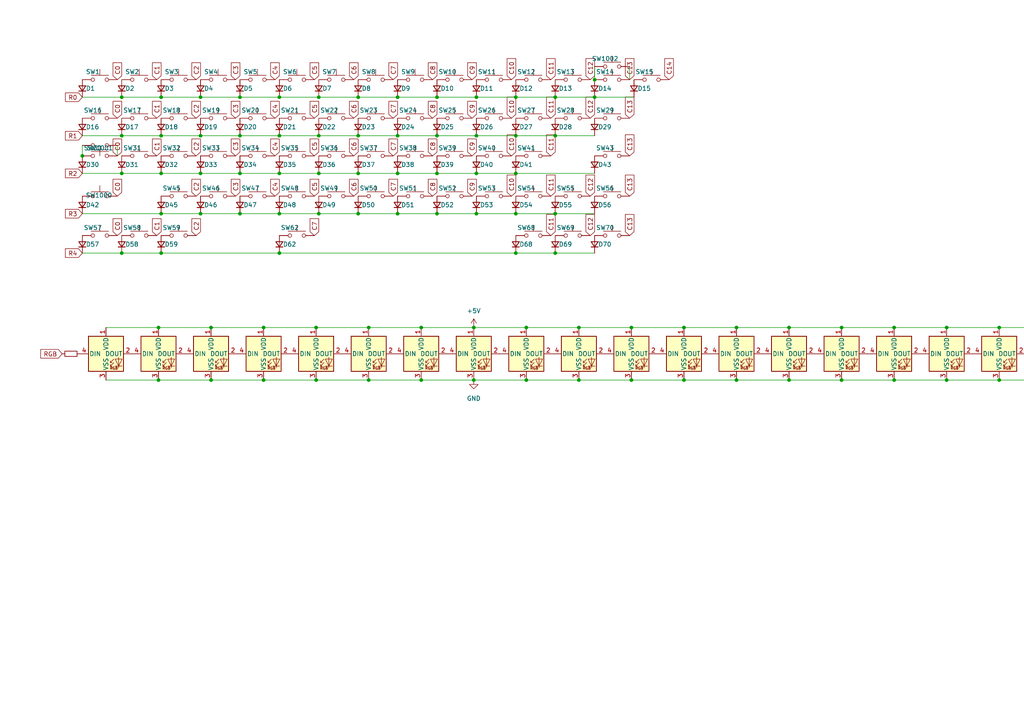
<source format=kicad_sch>
(kicad_sch (version 20240417) (generator "eeschema") (generator_version "8.99")
  (paper "A4")
  (lib_symbols
    (symbol "Connector:Conn_01x04_Pin" (pin_names (offset 1.016) hide)
      (property "Reference" "J" (at 0 5.08 0))
      (property "Value" "Conn_01x04_Pin" (at 0 -7.62 0))
      (symbol "Conn_01x04_Pin_1_1"
        (pin passive line (at 5.08 2.54 180) (length 3.81) (name "Pin_1") (number "1"))
        (pin passive line (at 5.08 0 180) (length 3.81) (name "Pin_2") (number "2"))
        (pin passive line (at 5.08 -2.54 180) (length 3.81) (name "Pin_3") (number "3"))
        (pin passive line (at 5.08 -5.08 180) (length 3.81) (name "Pin_4") (number "4"))
      )
    )
    (symbol "Connector:Conn_01x05_Socket" (pin_names (offset 1.016) hide)
      (property "Reference" "J" (at 0 7.62 0))
      (property "Value" "Conn_01x05_Socket" (at 0 -7.62 0))
      (symbol "Conn_01x05_Socket_1_1"
        (pin passive line (at -5.08 5.08 0) (length 3.81) (name "Pin_1") (number "1"))
        (pin passive line (at -5.08 2.54 0) (length 3.81) (name "Pin_2") (number "2"))
        (pin passive line (at -5.08 0 0) (length 3.81) (name "Pin_3") (number "3"))
        (pin passive line (at -5.08 -2.54 0) (length 3.81) (name "Pin_4") (number "4"))
        (pin passive line (at -5.08 -5.08 0) (length 3.81) (name "Pin_5") (number "5"))
      )
    )
    (symbol "Device:C_Small" (pin_numbers hide) (pin_names (offset 0.254) hide)
      (property "Reference" "C" (at 0.254 1.778 0))
      (property "Value" "C_Small" (at 0.254 -2.032 0))
      (symbol "C_Small_1_1"
        (pin passive line (at 0 2.54 270) (length 2.032) (name "~") (number "1"))
        (pin passive line (at 0 -2.54 90) (length 2.032) (name "~") (number "2"))
      )
    )
    (symbol "Device:D_Small" (pin_numbers hide) (pin_names (offset 0.254) hide)
      (property "Reference" "D" (at -1.27 2.032 0))
      (property "Value" "D_Small" (at -3.81 -2.032 0))
      (symbol "D_Small_1_1"
        (pin passive line (at -2.54 0 0) (length 1.778) (name "K") (number "1"))
        (pin passive line (at 2.54 0 180) (length 1.778) (name "A") (number "2"))
      )
    )
    (symbol "Device:R_Small" (pin_numbers hide) (pin_names (offset 0.254) hide)
      (property "Reference" "R" (at 0.762 0.508 0))
      (property "Value" "R_Small" (at 0.762 -1.016 0))
      (symbol "R_Small_1_1"
        (pin passive line (at 0 2.54 270) (length 0.762) (name "~") (number "1"))
        (pin passive line (at 0 -2.54 90) (length 0.762) (name "~") (number "2"))
      )
    )
    (symbol "LED:WS2812B" (pin_names (offset 0.254))
      (property "Reference" "D" (at 5.08 5.715 0))
      (property "Value" "WS2812B" (at 1.27 -5.715 0))
      (symbol "WS2812B_0_0"
        (text "RGB" (at 2.286 -4.191 0) (effects (font (size 0.762 0.762))))
      )
      (symbol "WS2812B_1_1"
        (pin power_in line (at 0 7.62 270) (length 2.54) (name "VDD") (number "1"))
        (pin output line (at 7.62 0 180) (length 2.54) (name "DOUT") (number "2"))
        (pin power_in line (at 0 -7.62 90) (length 2.54) (name "VSS") (number "3"))
        (pin input line (at -7.62 0 0) (length 2.54) (name "DIN") (number "4"))
      )
    )
    (symbol "Power_Protection:USBLC6-2SC6" (pin_names hide)
      (property "Reference" "U" (at 0.635 5.715 0))
      (property "Value" "USBLC6-2SC6" (at 0.635 3.81 0))
      (symbol "USBLC6-2SC6_1_1"
        (pin passive line (at -5.08 0 0) (length 2.54) (name "I/O1") (number "1"))
        (pin passive line (at 0 -7.62 90) (length 2.54) (name "GND") (number "2"))
        (pin passive line (at -5.08 -2.54 0) (length 2.54) (name "I/O2") (number "3"))
        (pin passive line (at 5.08 -2.54 180) (length 2.54) (name "I/O2") (number "4"))
        (pin passive line (at 0 5.08 270) (length 2.54) (name "VBUS") (number "5"))
        (pin passive line (at 5.08 0 180) (length 2.54) (name "I/O1") (number "6"))
      )
    )
    (symbol "Regulator_Linear:AMS1117"
      (property "Reference" "U" (at -3.81 3.175 0))
      (property "Value" "AMS1117" (at 0 3.175 0))
      (symbol "AMS1117_1_1"
        (pin input line (at 0 -7.62 90) (length 2.54) (name "ADJ") (number "1"))
        (pin power_out line (at 7.62 0 180) (length 2.54) (name "VO") (number "2"))
        (pin power_in line (at -7.62 0 0) (length 2.54) (name "VI") (number "3"))
      )
    )
    (symbol "Switch:SW_Push" (pin_numbers hide) (pin_names (offset 1.016) hide)
      (property "Reference" "SW" (at 1.27 2.54 0))
      (property "Value" "SW_Push" (at 0 -1.524 0))
      (symbol "SW_Push_0_1"
        (pin passive line (at -5.08 0 0) (length 2.54) (name "1") (number "1"))
        (pin passive line (at 5.08 0 180) (length 2.54) (name "2") (number "2"))
      )
    )
    (symbol "power:+3.3V" (power) (pin_numbers hide) (pin_names (offset 0) hide)
      (property "Value" "+3.3V" (at 0 3.556 0))
      (symbol "+3.3V_1_1"
        (pin power_in line (at 0 0 90) (length 0) (name "~") (number "1"))
      )
    )
    (symbol "power:+5V" (power) (pin_numbers hide) (pin_names (offset 0) hide)
      (property "Value" "+5V" (at 0 3.556 0))
      (symbol "+5V_1_1"
        (pin power_in line (at 0 0 90) (length 0) (name "~") (number "1"))
      )
    )
    (symbol "power:GND" (power) (pin_numbers hide) (pin_names (offset 0) hide)
      (property "Value" "GND" (at 0 -3.81 0))
      (symbol "GND_1_1"
        (pin power_in line (at 0 0 270) (length 0) (name "~") (number "1"))
      )
    )
    (symbol "stm32f072:STM32F072-LQFP48-acheronSymbols" (pin_names (offset 1.016))
      (property "Reference" "U1" (at -1.905 3.175 0))
      (property "Value" "STM32F072-LQFP48" (at -15.24 -1.27 0))
      (symbol "STM32F072-LQFP48-acheronSymbols_1_1"
        (pin power_in line (at -43.18 35.56 0) (length 2.54) (name "VBAT") (number "1"))
        (pin bidirectional line (at -43.18 -21.59 0) (length 2.54) (name "PA0/ADC_IN0") (number "10"))
        (pin bidirectional line (at -43.18 -27.94 0) (length 2.54) (name "PA1/ADC_IN1") (number "11"))
        (pin bidirectional line (at -43.18 -34.29 0) (length 2.54) (name "PA2/ADC_IN2") (number "12"))
        (pin bidirectional line (at -34.29 -43.18 90) (length 2.54) (name "PA3/TIM15_CH2/ADC_IN3") (number "13"))
        (pin bidirectional line (at -27.94 -43.18 90) (length 2.54) (name "PA4/TIM14_CH1/ADC_IN4") (number "14"))
        (pin bidirectional line (at -21.59 -43.18 90) (length 2.54) (name "PA5/ADC_IN5/DAC_OUT2") (number "15"))
        (pin bidirectional line (at -15.24 -43.18 90) (length 2.54) (name "PA6/ADC_IN6/TIM3_CH1/TIM16_CH1") (number "16"))
        (pin bidirectional line (at -8.89 -43.18 90) (length 2.54) (name "PA7/TIM3_CH2/TIM14_CH1/ADC_IN7") (number "17"))
        (pin bidirectional line (at -2.54 -43.18 90) (length 2.54) (name "PB0/TIM3_CH3/ADC_IN8") (number "18"))
        (pin bidirectional line (at 3.81 -43.18 90) (length 2.54) (name "PB1/TIM3_CH4/TIM14_CH1/ADC_IN9") (number "19"))
        (pin bidirectional line (at -43.18 29.21 0) (length 2.54) (name "PC13") (number "2"))
        (pin bidirectional line (at 10.16 -43.18 90) (length 2.54) (name "PB2") (number "20"))
        (pin bidirectional line (at 16.51 -43.18 90) (length 2.54) (name "PB10/SPI2_SCK/I2C2_SCL/TIM2_CH3") (number "21"))
        (pin bidirectional line (at 22.86 -43.18 90) (length 2.54) (name "PB11/TIM2_CH4/I2C2_SDA") (number "22"))
        (pin power_in line (at 29.21 -43.18 90) (length 2.54) (name "VSS") (number "23"))
        (pin power_in line (at 35.56 -43.18 90) (length 2.54) (name "VDD") (number "24"))
        (pin bidirectional line (at 44.45 -35.56 180) (length 2.54) (name "PB12") (number "25"))
        (pin bidirectional line (at 44.45 -29.21 180) (length 2.54) (name "SPI2_SCK/I2S2_CK/I2C2_SCL/PB13") (number "26"))
        (pin bidirectional line (at 44.45 -22.86 180) (length 2.54) (name "PB14/SPI2_MISO/I2S2_MCK/I2C2_SDA/TIM15_CH1/PB15") (number "27"))
        (pin bidirectional line (at 44.45 -16.51 180) (length 2.54) (name "SPI2_MOSI/I2S2_SD/PB15") (number "28"))
        (pin bidirectional line (at 44.45 -10.16 180) (length 2.54) (name "TIM1_CH1/PA8") (number "29"))
        (pin bidirectional line (at -43.18 22.86 0) (length 2.54) (name "PC14/OSC32_IN") (number "3"))
        (pin bidirectional line (at 44.45 -3.81 180) (length 2.54) (name "TIM1_CH2/PA9") (number "30"))
        (pin bidirectional line (at 44.45 2.54 180) (length 2.54) (name "TIM1_CH3/PA10") (number "31"))
        (pin bidirectional line (at 44.45 8.89 180) (length 2.54) (name "USB_DM/TIM1_CH4/PA11") (number "32"))
        (pin bidirectional line (at 44.45 15.24 180) (length 2.54) (name "USB_DP/PA12") (number "33"))
        (pin bidirectional line (at 44.45 21.59 180) (length 2.54) (name "SWDIO/PA13") (number "34"))
        (pin power_in line (at 44.45 27.94 180) (length 2.54) (name "VSS") (number "35"))
        (pin power_in line (at 44.45 34.29 180) (length 2.54) (name "VDDIO2") (number "36"))
        (pin bidirectional line (at 35.56 44.45 270) (length 2.54) (name "SWCLK/PA14") (number "37"))
        (pin bidirectional line (at 29.21 44.45 270) (length 2.54) (name "PA2") (number "38"))
        (pin bidirectional line (at 22.86 44.45 270) (length 2.54) (name "SPI1_SCK/I2S1_CK/TIM2_CH2/PB3") (number "39"))
        (pin bidirectional line (at -43.18 16.51 0) (length 2.54) (name "PC15/OSC32_OUT") (number "4"))
        (pin bidirectional line (at 16.51 44.45 270) (length 2.54) (name "SPI1_MISO/I2S1_MCK/TIM3_CH1/PB4") (number "40"))
        (pin bidirectional line (at 10.16 44.45 270) (length 2.54) (name "SPI1_MOSI/I2S1_SD/TIM3_CH2/PB5") (number "41"))
        (pin bidirectional line (at 3.81 44.45 270) (length 2.54) (name "I2C1_SCL/PB6") (number "42"))
        (pin bidirectional line (at -2.54 44.45 270) (length 2.54) (name "2C1_SDA/PB7") (number "43"))
        (pin output line (at -8.89 44.45 270) (length 2.54) (name "BOOT0") (number "44"))
        (pin bidirectional line (at -15.24 44.45 270) (length 2.54) (name "I2C1_SCL/TIM16_CH1/PB8") (number "45"))
        (pin input line (at -21.59 44.45 270) (length 2.54) (name "SPI2_NSS/I2S2_WS/I2C1_SDA/TIM17_CH1/PB9") (number "46"))
        (pin input line (at -27.94 44.45 270) (length 2.54) (name "VSS") (number "47"))
        (pin input line (at -34.29 44.45 270) (length 2.54) (name "VDD") (number "48"))
        (pin bidirectional line (at -43.18 10.16 0) (length 2.54) (name "PF0/OSC_IN") (number "5"))
        (pin bidirectional line (at -43.18 3.81 0) (length 2.54) (name "PF1/OSC_OUT") (number "6"))
        (pin input line (at -43.18 -2.54 0) (length 2.54) (name "NRST") (number "7"))
        (pin power_in line (at -43.18 -8.89 0) (length 2.54) (name "VSSA") (number "8"))
        (pin power_in line (at -43.18 -15.24 0) (length 2.54) (name "VDDA") (number "9"))
      )
    )
  )
  (junction (at 411.734 110.236))
  (junction (at 103.886 61.976))
  (junction (at -135.636 68.072))
  (junction (at 137.414 110.236))
  (junction (at 126.746 39.37))
  (junction (at 69.596 39.37))
  (junction (at 81.026 39.37))
  (junction (at 81.026 73.406))
  (junction (at 61.214 94.996))
  (junction (at -113.792 2.032))
  (junction (at 183.134 94.996))
  (junction (at 81.026 28.194))
  (junction (at 289.814 110.236))
  (junction (at -131.318 62.992))
  (junction (at 81.026 61.976))
  (junction (at 149.606 73.406))
  (junction (at 35.306 39.37))
  (junction (at 69.596 50.292))
  (junction (at -113.792 6.35))
  (junction (at 244.094 94.996))
  (junction (at 76.454 94.996))
  (junction (at 274.574 94.996))
  (junction (at 58.166 28.194))
  (junction (at 442.214 94.996))
  (junction (at 366.014 110.236))
  (junction (at 46.736 39.37))
  (junction (at 320.294 110.236))
  (junction (at 92.456 50.292))
  (junction (at 172.466 23.114))
  (junction (at 228.854 110.236))
  (junction (at 115.316 50.292))
  (junction (at 167.894 94.996))
  (junction (at 152.654 94.996))
  (junction (at 335.534 94.996))
  (junction (at 91.694 94.996))
  (junction (at -118.872 2.032))
  (junction (at 487.934 94.996))
  (junction (at 23.876 45.212))
  (junction (at 45.974 94.996))
  (junction (at 350.774 110.236))
  (junction (at 103.886 39.37))
  (junction (at 35.306 73.406))
  (junction (at 442.214 110.236))
  (junction (at 58.166 39.37))
  (junction (at 472.694 110.236))
  (junction (at 426.974 94.996))
  (junction (at 305.054 94.996))
  (junction (at 244.094 110.236))
  (junction (at 396.494 94.996))
  (junction (at 35.306 28.194))
  (junction (at 381.254 110.236))
  (junction (at 126.746 28.194))
  (junction (at 103.886 50.292))
  (junction (at 487.934 110.236))
  (junction (at -50.546 99.568))
  (junction (at 106.934 110.236))
  (junction (at 167.894 110.236))
  (junction (at 320.294 94.996))
  (junction (at -128.524 18.034))
  (junction (at 149.606 28.194))
  (junction (at 91.694 110.236))
  (junction (at -38.1 25.146))
  (junction (at 411.734 94.996))
  (junction (at -33.782 20.066))
  (junction (at 58.166 61.976))
  (junction (at -139.954 -2.54))
  (junction (at -50.546 103.886))
  (junction (at 305.054 110.236))
  (junction (at -33.782 25.146))
  (junction (at 457.454 94.996))
  (junction (at -55.626 99.568))
  (junction (at 126.746 61.976))
  (junction (at -55.626 103.886))
  (junction (at 115.316 28.194))
  (junction (at 259.334 110.236))
  (junction (at -118.872 6.35))
  (junction (at 46.736 28.194))
  (junction (at 426.974 110.236))
  (junction (at 122.174 94.996))
  (junction (at 46.736 50.292))
  (junction (at 58.166 50.292))
  (junction (at 126.746 50.292))
  (junction (at 161.036 28.194))
  (junction (at 138.176 39.37))
  (junction (at 115.316 61.976))
  (junction (at 69.596 28.194))
  (junction (at 138.176 50.292))
  (junction (at 138.176 61.976))
  (junction (at -137.16 -2.54))
  (junction (at 152.654 110.236))
  (junction (at 198.374 110.236))
  (junction (at 183.134 110.236))
  (junction (at 103.886 28.194))
  (junction (at 381.254 94.996))
  (junction (at 92.456 39.37))
  (junction (at 122.174 110.236))
  (junction (at 172.466 28.194))
  (junction (at 35.306 50.292))
  (junction (at 137.414 94.996))
  (junction (at 366.014 94.996))
  (junction (at 149.606 50.292))
  (junction (at -131.318 68.072))
  (junction (at 274.574 110.236))
  (junction (at 92.456 61.976))
  (junction (at 76.454 110.236))
  (junction (at 115.316 39.37))
  (junction (at 149.606 61.976))
  (junction (at 457.454 110.236))
  (junction (at 61.214 110.236))
  (junction (at 350.774 94.996))
  (junction (at 46.736 61.976))
  (junction (at 138.176 28.194))
  (junction (at 213.614 110.236))
  (junction (at 45.974 110.236))
  (junction (at 198.374 94.996))
  (junction (at 289.814 94.996))
  (junction (at 161.036 61.976))
  (junction (at -38.1 20.066))
  (junction (at 213.614 94.996))
  (junction (at 81.026 50.292))
  (junction (at 46.736 73.406))
  (junction (at 396.494 110.236))
  (junction (at 161.036 73.406))
  (junction (at 69.596 61.976))
  (junction (at 149.606 39.37))
  (junction (at 472.694 94.996))
  (junction (at 106.934 94.996))
  (junction (at 335.534 110.236))
  (junction (at 92.456 28.194))
  (junction (at 161.036 39.37))
  (junction (at -135.636 62.992))
  (junction (at 259.334 94.996))
  (junction (at 228.854 94.996))
  (no_connect (at -128.524 49.784))
  (no_connect (at -128.524 43.434))
  (wire (pts (xy 182.626 19.304) (xy 182.626 23.114)))
  (wire (pts (xy 161.036 39.37) (xy 172.466 39.37)))
  (wire (pts (xy 138.176 50.292) (xy 149.606 50.292)))
  (wire (pts (xy 81.026 28.194) (xy 92.456 28.194)))
  (wire (pts (xy 259.334 94.996) (xy 274.574 94.996)))
  (wire (pts (xy -150.114 -2.54) (xy -150.114 -6.35)))
  (wire (pts (xy 366.014 94.996) (xy 381.254 94.996)))
  (wire (pts (xy 161.036 28.194) (xy 172.466 28.194)))
  (wire (pts (xy 92.456 28.194) (xy 103.886 28.194)))
  (wire (pts (xy -128.524 68.072) (xy -131.318 68.072)))
  (wire (pts (xy -131.318 68.072) (xy -135.636 68.072)))
  (wire (pts (xy 161.036 73.406) (xy 172.466 73.406)))
  (wire (pts (xy 23.876 73.406) (xy 35.306 73.406)))
  (wire (pts (xy 149.606 61.976) (xy 161.036 61.976)))
  (wire (pts (xy 30.734 110.236) (xy 45.974 110.236)))
  (wire (pts (xy 152.654 94.996) (xy 167.894 94.996)))
  (wire (pts (xy 126.746 61.976) (xy 138.176 61.976)))
  (wire (pts (xy -137.16 -7.874) (xy -139.954 -7.874)))
  (wire (pts (xy 138.176 61.976) (xy 149.606 61.976)))
  (wire (pts (xy -55.626 96.774) (xy -56.134 96.774)))
  (wire (pts (xy 396.494 94.996) (xy 411.734 94.996)))
  (wire (pts (xy -113.792 9.144) (xy -113.284 9.144)))
  (wire (pts (xy -55.626 103.886) (xy -55.626 99.568)))
  (wire (pts (xy 126.746 28.194) (xy 138.176 28.194)))
  (wire (pts (xy 198.374 110.236) (xy 213.614 110.236)))
  (wire (pts (xy 320.294 110.236) (xy 335.534 110.236)))
  (wire (pts (xy 46.736 28.194) (xy 58.166 28.194)))
  (wire (pts (xy 366.014 110.236) (xy 381.254 110.236)))
  (wire (pts (xy 35.306 39.37) (xy 46.736 39.37)))
  (wire (pts (xy 172.466 28.194) (xy 183.896 28.194)))
  (wire (pts (xy 81.026 50.292) (xy 92.456 50.292)))
  (wire (pts (xy 115.316 28.194) (xy 126.746 28.194)))
  (wire (pts (xy -128.524 62.992) (xy -128.524 62.484)))
  (wire (pts (xy 472.694 94.996) (xy 487.934 94.996)))
  (wire (pts (xy -55.626 99.568) (xy -55.626 96.774)))
  (wire (pts (xy 46.736 73.406) (xy 81.026 73.406)))
  (wire (pts (xy 69.596 39.37) (xy 81.026 39.37)))
  (wire (pts (xy 91.694 110.236) (xy 106.934 110.236)))
  (wire (pts (xy -118.872 6.35) (xy -118.872 2.032)))
  (wire (pts (xy 228.854 110.236) (xy 244.094 110.236)))
  (wire (pts (xy 45.974 110.236) (xy 61.214 110.236)))
  (wire (pts (xy 335.534 94.996) (xy 350.774 94.996)))
  (wire (pts (xy 76.454 110.236) (xy 91.694 110.236)))
  (wire (pts (xy 58.166 50.292) (xy 69.596 50.292)))
  (wire (pts (xy 320.294 94.996) (xy 335.534 94.996)))
  (wire (pts (xy -137.16 -2.54) (xy -137.16 -2.794)))
  (wire (pts (xy 30.734 94.996) (xy 45.974 94.996)))
  (wire (pts (xy 92.456 50.292) (xy 103.886 50.292)))
  (wire (pts (xy 35.306 73.406) (xy 46.736 73.406)))
  (wire (pts (xy 92.456 39.37) (xy 103.886 39.37)))
  (wire (pts (xy 381.254 94.996) (xy 396.494 94.996)))
  (wire (pts (xy 138.176 39.37) (xy 149.606 39.37)))
  (wire (pts (xy -119.634 9.144) (xy -118.872 9.144)))
  (wire (pts (xy -50.546 96.774) (xy -50.546 99.568)))
  (wire (pts (xy 152.654 110.236) (xy 167.894 110.236)))
  (wire (pts (xy -139.954 -6.35) (xy -139.954 -2.54)))
  (wire (pts (xy 106.934 94.996) (xy 122.174 94.996)))
  (wire (pts (xy 92.456 61.976) (xy 103.886 61.976)))
  (wire (pts (xy 103.886 61.976) (xy 115.316 61.976)))
  (wire (pts (xy 244.094 110.236) (xy 259.334 110.236)))
  (wire (pts (xy -33.782 25.146) (xy -38.1 25.146)))
  (wire (pts (xy 81.026 39.37) (xy 92.456 39.37)))
  (wire (pts (xy 103.886 39.37) (xy 115.316 39.37)))
  (wire (pts (xy 472.694 110.236) (xy 487.934 110.236)))
  (wire (pts (xy 137.414 110.236) (xy 152.654 110.236)))
  (wire (pts (xy 23.876 50.292) (xy 35.306 50.292)))
  (wire (pts (xy -118.872 9.144) (xy -118.872 6.35)))
  (wire (pts (xy 172.466 19.304) (xy 172.466 23.114)))
  (wire (pts (xy 167.894 110.236) (xy 183.134 110.236)))
  (wire (pts (xy 35.306 50.292) (xy 46.736 50.292)))
  (wire (pts (xy 161.036 61.976) (xy 172.466 61.976)))
  (wire (pts (xy 411.734 110.236) (xy 426.974 110.236)))
  (wire (pts (xy 23.876 28.194) (xy 35.306 28.194)))
  (wire (pts (xy 46.736 39.37) (xy 58.166 39.37)))
  (wire (pts (xy 115.316 39.37) (xy 126.746 39.37)))
  (wire (pts (xy -38.1 20.066) (xy -33.782 20.066)))
  (wire (pts (xy 149.606 28.194) (xy 161.036 28.194)))
  (wire (pts (xy -135.636 62.992) (xy -131.318 62.992)))
  (wire (pts (xy -40.894 20.066) (xy -38.1 20.066)))
  (wire (pts (xy -49.784 96.774) (xy -50.546 96.774)))
  (wire (pts (xy 350.774 94.996) (xy 366.014 94.996)))
  (wire (pts (xy 76.454 94.996) (xy 91.694 94.996)))
  (wire (pts (xy 213.614 110.236) (xy 228.854 110.236)))
  (wire (pts (xy 46.736 50.292) (xy 58.166 50.292)))
  (wire (pts (xy 35.306 28.194) (xy 46.736 28.194)))
  (wire (pts (xy 23.876 61.976) (xy 46.736 61.976)))
  (wire (pts (xy -139.954 -2.54) (xy -137.16 -2.54)))
  (wire (pts (xy 115.316 61.976) (xy 126.746 61.976)))
  (wire (pts (xy 457.454 110.236) (xy 472.694 110.236)))
  (wire (pts (xy -147.574 -2.54) (xy -150.114 -2.54)))
  (wire (pts (xy 426.974 110.236) (xy 442.214 110.236)))
  (wire (pts (xy 487.934 94.996) (xy 503.174 94.996)))
  (wire (pts (xy -113.792 6.35) (xy -113.792 9.144)))
  (wire (pts (xy 58.166 61.976) (xy 69.596 61.976)))
  (wire (pts (xy 91.694 94.996) (xy 106.934 94.996)))
  (wire (pts (xy 442.214 110.236) (xy 457.454 110.236)))
  (wire (pts (xy 198.374 94.996) (xy 213.614 94.996)))
  (wire (pts (xy 381.254 110.236) (xy 396.494 110.236)))
  (wire (pts (xy 122.174 110.236) (xy 137.414 110.236)))
  (wire (pts (xy -142.494 -2.54) (xy -139.954 -2.54)))
  (wire (pts (xy -198.374 67.818) (xy -187.198 67.818)))
  (wire (pts (xy 149.606 73.406) (xy 161.036 73.406)))
  (wire (pts (xy 126.746 39.37) (xy 138.176 39.37)))
  (wire (pts (xy 274.574 110.236) (xy 289.814 110.236)))
  (wire (pts (xy 426.974 94.996) (xy 442.214 94.996)))
  (wire (pts (xy 115.316 50.292) (xy 126.746 50.292)))
  (wire (pts (xy 61.214 110.236) (xy 76.454 110.236)))
  (wire (pts (xy 149.606 39.37) (xy 161.036 39.37)))
  (wire (pts (xy 396.494 110.236) (xy 411.734 110.236)))
  (wire (pts (xy -113.792 2.032) (xy -113.792 6.35)))
  (wire (pts (xy 69.596 50.292) (xy 81.026 50.292)))
  (wire (pts (xy 350.774 110.236) (xy 366.014 110.236)))
  (wire (pts (xy 487.934 110.236) (xy 503.174 110.236)))
  (wire (pts (xy 335.534 110.236) (xy 350.774 110.236)))
  (wire (pts (xy 183.134 94.996) (xy 198.374 94.996)))
  (wire (pts (xy 126.746 50.292) (xy 138.176 50.292)))
  (wire (pts (xy 58.166 28.194) (xy 69.596 28.194)))
  (wire (pts (xy 149.606 50.292) (xy 172.466 50.292)))
  (wire (pts (xy 61.214 94.996) (xy 76.454 94.996)))
  (wire (pts (xy 45.974 94.996) (xy 61.214 94.996)))
  (wire (pts (xy 305.054 110.236) (xy 320.294 110.236)))
  (wire (pts (xy -50.546 99.568) (xy -50.546 103.886)))
  (wire (pts (xy 167.894 94.996) (xy 183.134 94.996)))
  (wire (pts (xy 457.454 94.996) (xy 472.694 94.996)))
  (wire (pts (xy 213.614 94.996) (xy 228.854 94.996)))
  (wire (pts (xy 228.854 94.996) (xy 244.094 94.996)))
  (wire (pts (xy 137.414 94.996) (xy 152.654 94.996)))
  (wire (pts (xy 138.176 28.194) (xy 149.606 28.194)))
  (wire (pts (xy 103.886 28.194) (xy 115.316 28.194)))
  (wire (pts (xy 34.036 42.164) (xy 34.036 45.212)))
  (wire (pts (xy 23.876 42.164) (xy 23.876 45.212)))
  (wire (pts (xy 46.736 61.976) (xy 58.166 61.976)))
  (wire (pts (xy 274.574 94.996) (xy 289.814 94.996)))
  (wire (pts (xy -128.524 68.834) (xy -128.524 68.072)))
  (wire (pts (xy -38.1 25.146) (xy -40.894 25.146)))
  (wire (pts (xy 81.026 61.976) (xy 92.456 61.976)))
  (wire (pts (xy -40.894 25.146) (xy -40.894 25.654)))
  (wire (pts (xy 289.814 94.996) (xy 305.054 94.996)))
  (wire (pts (xy 305.054 94.996) (xy 320.294 94.996)))
  (wire (pts (xy 183.134 110.236) (xy 198.374 110.236)))
  (wire (pts (xy 58.166 39.37) (xy 69.596 39.37)))
  (wire (pts (xy 23.876 39.37) (xy 35.306 39.37)))
  (wire (pts (xy 259.334 110.236) (xy 274.574 110.236)))
  (wire (pts (xy 411.734 94.996) (xy 426.974 94.996)))
  (wire (pts (xy 103.886 50.292) (xy 115.316 50.292)))
  (wire (pts (xy 106.934 110.236) (xy 122.174 110.236)))
  (wire (pts (xy 69.596 28.194) (xy 81.026 28.194)))
  (wire (pts (xy 244.094 94.996) (xy 259.334 94.996)))
  (wire (pts (xy 289.814 110.236) (xy 305.054 110.236)))
  (wire (pts (xy 69.596 61.976) (xy 81.026 61.976)))
  (wire (pts (xy 442.214 94.996) (xy 457.454 94.996)))
  (wire (pts (xy -40.894 19.304) (xy -40.894 20.066)))
  (wire (pts (xy -131.318 62.992) (xy -128.524 62.992)))
  (wire (pts (xy 81.026 73.406) (xy 149.606 73.406)))
  (wire (pts (xy 122.174 94.996) (xy 137.414 94.996)))
  (wire (pts (xy -198.374 65.278) (xy -187.198 65.278)))
  (global_label "C9" (shape input) (at 136.906 34.29 90) (property "Intersheetrefs" "${INTERSHEET_REFS}" (effects (hide yes))))
  (global_label "C13" (shape input) (at 182.626 56.896 90) (property "Intersheetrefs" "${INTERSHEET_REFS}" (effects (hide yes))))
  (global_label "C0" (shape input) (at 34.036 56.896 90) (property "Intersheetrefs" "${INTERSHEET_REFS}" (effects (hide yes))))
  (global_label "C11" (shape input) (at 159.766 23.114 90) (property "Intersheetrefs" "${INTERSHEET_REFS}" (effects (hide yes))))
  (global_label "D+" (shape input) (at -177.038 67.818 0) (property "Intersheetrefs" "${INTERSHEET_REFS}" (effects (hide yes))))
  (global_label "C10" (shape input) (at 148.336 34.29 90) (property "Intersheetrefs" "${INTERSHEET_REFS}" (effects (hide yes))))
  (global_label "boot" (shape input) (at -94.234 9.144 90) (property "Intersheetrefs" "${INTERSHEET_REFS}" (effects (hide yes))))
  (global_label "C2" (shape input) (at 56.896 45.212 90) (property "Intersheetrefs" "${INTERSHEET_REFS}" (effects (hide yes))))
  (global_label "DIO" (shape input) (at -83.566 66.548 270) (property "Intersheetrefs" "${INTERSHEET_REFS}" (effects (hide yes))))
  (global_label "C1" (shape input) (at 45.466 45.212 90) (property "Intersheetrefs" "${INTERSHEET_REFS}" (effects (hide yes))))
  (global_label "RST" (shape input) (at -86.106 66.548 270) (property "Intersheetrefs" "${INTERSHEET_REFS}" (effects (hide yes))))
  (global_label "C7" (shape input) (at 114.046 45.212 90) (property "Intersheetrefs" "${INTERSHEET_REFS}" (effects (hide yes))))
  (global_label "C9" (shape input) (at 136.906 56.896 90) (property "Intersheetrefs" "${INTERSHEET_REFS}" (effects (hide yes))))
  (global_label "C11" (shape input) (at 159.766 34.29 90) (property "Intersheetrefs" "${INTERSHEET_REFS}" (effects (hide yes))))
  (global_label "C3" (shape input) (at 68.326 56.896 90) (property "Intersheetrefs" "${INTERSHEET_REFS}" (effects (hide yes))))
  (global_label "C1" (shape input) (at -100.584 9.144 90) (property "Intersheetrefs" "${INTERSHEET_REFS}" (effects (hide yes))))
  (global_label "R1" (shape input) (at -68.834 96.774 270) (property "Intersheetrefs" "${INTERSHEET_REFS}" (effects (hide yes))))
  (global_label "C2" (shape input) (at 56.896 56.896 90) (property "Intersheetrefs" "${INTERSHEET_REFS}" (effects (hide yes))))
  (global_label "C0" (shape input) (at 34.036 34.29 90) (property "Intersheetrefs" "${INTERSHEET_REFS}" (effects (hide yes))))
  (global_label "C0" (shape input) (at -75.184 96.774 270) (property "Intersheetrefs" "${INTERSHEET_REFS}" (effects (hide yes))))
  (global_label "C12" (shape input) (at 171.196 23.114 90) (property "Intersheetrefs" "${INTERSHEET_REFS}" (effects (hide yes))))
  (global_label "C2" (shape input) (at 56.896 34.29 90) (property "Intersheetrefs" "${INTERSHEET_REFS}" (effects (hide yes))))
  (global_label "C13" (shape input) (at 182.626 68.326 90) (property "Intersheetrefs" "${INTERSHEET_REFS}" (effects (hide yes))))
  (global_label "C9" (shape input) (at 136.906 45.212 90) (property "Intersheetrefs" "${INTERSHEET_REFS}" (effects (hide yes))))
  (global_label "R0" (shape input) (at -106.934 9.144 90) (property "Intersheetrefs" "${INTERSHEET_REFS}" (effects (hide yes))))
  (global_label "RST" (shape input) (at -128.524 56.134 180) (property "Intersheetrefs" "${INTERSHEET_REFS}" (effects (hide yes))))
  (global_label "C0" (shape input) (at 34.036 45.212 90) (property "Intersheetrefs" "${INTERSHEET_REFS}" (effects (hide yes))))
  (global_label "C1" (shape input) (at 45.466 68.326 90) (property "Intersheetrefs" "${INTERSHEET_REFS}" (effects (hide yes))))
  (global_label "D+" (shape input) (at -40.894 38.354 0) (property "Intersheetrefs" "${INTERSHEET_REFS}" (effects (hide yes))))
  (global_label "C1" (shape input) (at 45.466 23.114 90) (property "Intersheetrefs" "${INTERSHEET_REFS}" (effects (hide yes))))
  (global_label "C6" (shape input) (at 102.616 23.114 90) (property "Intersheetrefs" "${INTERSHEET_REFS}" (effects (hide yes))))
  (global_label "C8" (shape input) (at -40.894 51.054 0) (property "Intersheetrefs" "${INTERSHEET_REFS}" (effects (hide yes))))
  (global_label "C7" (shape input) (at 114.046 34.29 90) (property "Intersheetrefs" "${INTERSHEET_REFS}" (effects (hide yes))))
  (global_label "R0" (shape input) (at 23.876 28.194 180) (property "Intersheetrefs" "${INTERSHEET_REFS}" (effects (hide yes))))
  (global_label "C2" (shape input) (at 56.896 68.326 90) (property "Intersheetrefs" "${INTERSHEET_REFS}" (effects (hide yes))))
  (global_label "C2" (shape input) (at 56.896 23.114 90) (property "Intersheetrefs" "${INTERSHEET_REFS}" (effects (hide yes))))
  (global_label "RGB" (shape input) (at -62.484 96.774 270) (property "Intersheetrefs" "${INTERSHEET_REFS}" (effects (hide yes))))
  (global_label "C12" (shape input) (at 171.196 34.29 90) (property "Intersheetrefs" "${INTERSHEET_REFS}" (effects (hide yes))))
  (global_label "C3" (shape input) (at 68.326 23.114 90) (property "Intersheetrefs" "${INTERSHEET_REFS}" (effects (hide yes))))
  (global_label "C9" (shape input) (at -40.894 57.404 0) (property "Intersheetrefs" "${INTERSHEET_REFS}" (effects (hide yes))))
  (global_label "C13" (shape input) (at 182.626 45.212 90) (property "Intersheetrefs" "${INTERSHEET_REFS}" (effects (hide yes))))
  (global_label "C6" (shape input) (at 102.616 56.896 90) (property "Intersheetrefs" "${INTERSHEET_REFS}" (effects (hide yes))))
  (global_label "C9" (shape input) (at 136.906 23.114 90) (property "Intersheetrefs" "${INTERSHEET_REFS}" (effects (hide yes))))
  (global_label "C7" (shape input) (at -56.134 9.144 90) (property "Intersheetrefs" "${INTERSHEET_REFS}" (effects (hide yes))))
  (global_label "C4" (shape input) (at 79.756 56.896 90) (property "Intersheetrefs" "${INTERSHEET_REFS}" (effects (hide yes))))
  (global_label "C11" (shape input) (at 159.766 45.212 90) (property "Intersheetrefs" "${INTERSHEET_REFS}" (effects (hide yes))))
  (global_label "C7" (shape input) (at 114.046 23.114 90) (property "Intersheetrefs" "${INTERSHEET_REFS}" (effects (hide yes))))
  (global_label "R3" (shape input) (at -128.524 39.624 180) (property "Intersheetrefs" "${INTERSHEET_REFS}" (effects (hide yes))))
  (global_label "R4" (shape input) (at -128.524 37.084 180) (property "Intersheetrefs" "${INTERSHEET_REFS}" (effects (hide yes))))
  (global_label "C3" (shape input) (at 68.326 34.29 90) (property "Intersheetrefs" "${INTERSHEET_REFS}" (effects (hide yes))))
  (global_label "C12" (shape input) (at -40.894 76.454 0) (property "Intersheetrefs" "${INTERSHEET_REFS}" (effects (hide yes))))
  (global_label "C10" (shape input) (at 148.336 56.896 90) (property "Intersheetrefs" "${INTERSHEET_REFS}" (effects (hide yes))))
  (global_label "C12" (shape input) (at 171.196 68.326 90) (property "Intersheetrefs" "${INTERSHEET_REFS}" (effects (hide yes))))
  (global_label "C5" (shape input) (at -68.834 9.144 90) (property "Intersheetrefs" "${INTERSHEET_REFS}" (effects (hide yes))))
  (global_label "C14" (shape input) (at -40.894 89.154 0) (property "Intersheetrefs" "${INTERSHEET_REFS}" (effects (hide yes))))
  (global_label "C7" (shape input) (at 91.186 68.326 90) (property "Intersheetrefs" "${INTERSHEET_REFS}" (effects (hide yes))))
  (global_label "C10" (shape input) (at -40.894 63.754 0) (property "Intersheetrefs" "${INTERSHEET_REFS}" (effects (hide yes))))
  (global_label "C0" (shape input) (at 34.036 68.326 90) (property "Intersheetrefs" "${INTERSHEET_REFS}" (effects (hide yes))))
  (global_label "C5" (shape input) (at 91.186 34.29 90) (property "Intersheetrefs" "${INTERSHEET_REFS}" (effects (hide yes))))
  (global_label "C3" (shape input) (at -81.534 9.144 90) (property "Intersheetrefs" "${INTERSHEET_REFS}" (effects (hide yes))))
  (global_label "C13" (shape input) (at 182.626 23.114 90) (property "Intersheetrefs" "${INTERSHEET_REFS}" (effects (hide yes))))
  (global_label "C5" (shape input) (at 91.186 56.896 90) (property "Intersheetrefs" "${INTERSHEET_REFS}" (effects (hide yes))))
  (global_label "C14" (shape input) (at 194.056 23.114 90) (property "Intersheetrefs" "${INTERSHEET_REFS}" (effects (hide yes))))
  (global_label "C4" (shape input) (at -75.184 9.144 90) (property "Intersheetrefs" "${INTERSHEET_REFS}" (effects (hide yes))))
  (global_label "C11" (shape input) (at 159.766 68.326 90) (property "Intersheetrefs" "${INTERSHEET_REFS}" (effects (hide yes))))
  (global_label "C8" (shape input) (at 125.476 45.212 90) (property "Intersheetrefs" "${INTERSHEET_REFS}" (effects (hide yes))))
  (global_label "C3" (shape input) (at 68.326 45.212 90) (property "Intersheetrefs" "${INTERSHEET_REFS}" (effects (hide yes))))
  (global_label "C5" (shape input) (at 91.186 45.212 90) (property "Intersheetrefs" "${INTERSHEET_REFS}" (effects (hide yes))))
  (global_label "C4" (shape input) (at 79.756 23.114 90) (property "Intersheetrefs" "${INTERSHEET_REFS}" (effects (hide yes))))
  (global_label "R4" (shape input) (at -101.854 -8.382 90) (property "Intersheetrefs" "${INTERSHEET_REFS}" (effects (hide yes))))
  (global_label "C5" (shape input) (at 91.186 23.114 90) (property "Intersheetrefs" "${INTERSHEET_REFS}" (effects (hide yes))))
  (global_label "R3" (shape input) (at -108.204 -10.16 90) (property "Intersheetrefs" "${INTERSHEET_REFS}" (effects (hide yes))))
  (global_label "C4" (shape input) (at 79.756 34.29 90) (property "Intersheetrefs" "${INTERSHEET_REFS}" (effects (hide yes))))
  (global_label "C6" (shape input) (at 102.616 45.212 90) (property "Intersheetrefs" "${INTERSHEET_REFS}" (effects (hide yes))))
  (global_label "RGB" (shape input) (at 18.034 102.616 180) (property "Intersheetrefs" "${INTERSHEET_REFS}" (effects (hide yes))))
  (global_label "C2" (shape input) (at -87.884 9.144 90) (property "Intersheetrefs" "${INTERSHEET_REFS}" (effects (hide yes))))
  (global_label "DIO" (shape input) (at -40.894 32.004 0) (property "Intersheetrefs" "${INTERSHEET_REFS}" (effects (hide yes))))
  (global_label "C12" (shape input) (at 171.196 56.896 90) (property "Intersheetrefs" "${INTERSHEET_REFS}" (effects (hide yes))))
  (global_label "C11" (shape input) (at 159.766 56.896 90) (property "Intersheetrefs" "${INTERSHEET_REFS}" (effects (hide yes))))
  (global_label "C10" (shape input) (at 148.336 23.114 90) (property "Intersheetrefs" "${INTERSHEET_REFS}" (effects (hide yes))))
  (global_label "R1" (shape input) (at 23.876 39.37 180) (property "Intersheetrefs" "${INTERSHEET_REFS}" (effects (hide yes))))
  (global_label "R2" (shape input) (at 23.876 50.292 180) (property "Intersheetrefs" "${INTERSHEET_REFS}" (effects (hide yes))))
  (global_label "C7" (shape input) (at 114.046 56.896 90) (property "Intersheetrefs" "${INTERSHEET_REFS}" (effects (hide yes))))
  (global_label "C0" (shape input) (at 34.036 23.114 90) (property "Intersheetrefs" "${INTERSHEET_REFS}" (effects (hide yes))))
  (global_label "R4" (shape input) (at 23.876 73.406 180) (property "Intersheetrefs" "${INTERSHEET_REFS}" (effects (hide yes))))
  (global_label "C11" (shape input) (at -40.894 70.104 0) (property "Intersheetrefs" "${INTERSHEET_REFS}" (effects (hide yes))))
  (global_label "R3" (shape input) (at 23.876 61.976 180) (property "Intersheetrefs" "${INTERSHEET_REFS}" (effects (hide yes))))
  (global_label "C13" (shape input) (at -40.894 82.804 0) (property "Intersheetrefs" "${INTERSHEET_REFS}" (effects (hide yes))))
  (global_label "C8" (shape input) (at 125.476 23.114 90) (property "Intersheetrefs" "${INTERSHEET_REFS}" (effects (hide yes))))
  (global_label "C8" (shape input) (at 125.476 56.896 90) (property "Intersheetrefs" "${INTERSHEET_REFS}" (effects (hide yes))))
  (global_label "R2" (shape input) (at -128.524 24.384 180) (property "Intersheetrefs" "${INTERSHEET_REFS}" (effects (hide yes))))
  (global_label "boot" (shape input) (at -137.16 -7.874 90) (property "Intersheetrefs" "${INTERSHEET_REFS}" (effects (hide yes))))
  (global_label "R3" (shape input) (at -128.524 30.734 180) (property "Intersheetrefs" "${INTERSHEET_REFS}" (effects (hide yes))))
  (global_label "RST" (shape input) (at -150.114 -6.35 180) (property "Intersheetrefs" "${INTERSHEET_REFS}" (effects (hide yes))))
  (global_label "C8" (shape input) (at 125.476 34.29 90) (property "Intersheetrefs" "${INTERSHEET_REFS}" (effects (hide yes))))
  (global_label "CLK" (shape input) (at -81.026 66.548 270) (property "Intersheetrefs" "${INTERSHEET_REFS}" (effects (hide yes))))
  (global_label "C6" (shape input) (at 102.616 34.29 90) (property "Intersheetrefs" "${INTERSHEET_REFS}" (effects (hide yes))))
  (global_label "CLK" (shape input) (at -49.784 9.144 90) (property "Intersheetrefs" "${INTERSHEET_REFS}" (effects (hide yes))))
  (global_label "D-" (shape input) (at -177.038 65.278 0) (property "Intersheetrefs" "${INTERSHEET_REFS}" (effects (hide yes))))
  (global_label "C4" (shape input) (at 79.756 45.212 90) (property "Intersheetrefs" "${INTERSHEET_REFS}" (effects (hide yes))))
  (global_label "C13" (shape input) (at 182.626 34.29 90) (property "Intersheetrefs" "${INTERSHEET_REFS}" (effects (hide yes))))
  (global_label "C1" (shape input) (at 45.466 34.29 90) (property "Intersheetrefs" "${INTERSHEET_REFS}" (effects (hide yes))))
  (global_label "C6" (shape input) (at -62.484 9.144 90) (property "Intersheetrefs" "${INTERSHEET_REFS}" (effects (hide yes))))
  (global_label "D-" (shape input) (at -40.894 44.704 0) (property "Intersheetrefs" "${INTERSHEET_REFS}" (effects (hide yes))))
  (global_label "C10" (shape input) (at 148.336 45.212 90) (property "Intersheetrefs" "${INTERSHEET_REFS}" (effects (hide yes))))
  (symbol (lib_id "Switch:SW_Push") (at 86.106 34.29 0) (unit 1)
    (property "Reference" "SW21" (at 84.074 32.004 0))
    (property "Value" "SW_Push" (effects (hide yes)))
    (property "Footprint" "MX_cherry:MXOnly-1U-Hotswap" (effects (hide yes)))
    (property "Description" "Push button switch, generic, two pins" (effects (hide yes)))
  )
  (symbol (lib_id "Device:D_Small") (at 126.746 36.83 90) (unit 1)
    (property "Reference" "D25" (at 127.762 36.83 90) (effects (justify right)))
    (property "Value" "D_Small" (effects (hide yes)))
    (property "Footprint" "Diode_SMD:D_SOD-123" (effects (hide yes)))
    (property "Description" "Diode, small symbol" (effects (hide yes)))
    (property "Sim.Device" "D" (effects (hide yes)))
    (property "Sim.Pins" "1=K 2=A" (effects (hide yes)))
  )
  (symbol (lib_id "Device:D_Small") (at 46.736 70.866 90) (unit 1)
    (property "Reference" "D59" (at 47.752 70.866 90) (effects (justify right)))
    (property "Value" "D_Small" (effects (hide yes)))
    (property "Footprint" "Diode_SMD:D_SOD-123" (effects (hide yes)))
    (property "Description" "Diode, small symbol" (effects (hide yes)))
    (property "Sim.Device" "D" (effects (hide yes)))
    (property "Sim.Pins" "1=K 2=A" (effects (hide yes)))
  )
  (symbol (lib_id "power:+5V") (at 137.414 94.996 0) (unit 1)
    (property "Reference" "#PWR020" (effects (hide yes)))
    (property "Value" "+5V" (at 137.414 90.17 0))
    (property "Description" "Power symbol creates a global label with name \"+5V\"" (effects (hide yes)))
  )
  (symbol (lib_id "Switch:SW_Push") (at 154.686 56.896 0) (unit 1)
    (property "Reference" "SW54" (at 152.654 54.61 0))
    (property "Value" "SW_Push" (effects (hide yes)))
    (property "Footprint" "MX_cherry:MXOnly-1U-Hotswap" (effects (hide yes)))
    (property "Description" "Push button switch, generic, two pins" (effects (hide yes)))
  )
  (symbol (lib_id "Switch:SW_Push") (at 143.256 34.29 0) (unit 1)
    (property "Reference" "SW26" (at 141.224 32.004 0))
    (property "Value" "SW_Push" (effects (hide yes)))
    (property "Footprint" "MX_cherry:MXOnly-1U-Hotswap" (effects (hide yes)))
    (property "Description" "Push button switch, generic, two pins" (effects (hide yes)))
  )
  (symbol (lib_id "LED:WS2812B") (at 381.254 102.616 0) (unit 1)
    (property "Reference" "Drgb24" (effects (hide yes)))
    (property "Value" "WS2812B" (effects (hide yes)))
    (property "Footprint" "LED_SMD:LED_WS2812B_PLCC4_5.0x5.0mm_P3.2mm" (effects (hide yes)))
    (property "Datasheet" "https://cdn-shop.adafruit.com/datasheets/WS2812B.pdf" (effects (hide yes)))
    (property "Description" "RGB LED with integrated controller" (effects (hide yes)))
  )
  (symbol (lib_id "Switch:SW_Push") (at 74.676 56.896 0) (unit 1)
    (property "Reference" "SW47" (at 72.644 54.61 0))
    (property "Value" "SW_Push" (effects (hide yes)))
    (property "Footprint" "MX_cherry:MXOnly-1U-Hotswap" (effects (hide yes)))
    (property "Description" "Push button switch, generic, two pins" (effects (hide yes)))
  )
  (symbol (lib_id "LED:WS2812B") (at 472.694 102.616 0) (unit 1)
    (property "Reference" "Drgb30" (effects (hide yes)))
    (property "Value" "WS2812B" (effects (hide yes)))
    (property "Footprint" "LED_SMD:LED_WS2812B_PLCC4_5.0x5.0mm_P3.2mm" (effects (hide yes)))
    (property "Datasheet" "https://cdn-shop.adafruit.com/datasheets/WS2812B.pdf" (effects (hide yes)))
    (property "Description" "RGB LED with integrated controller" (effects (hide yes)))
  )
  (symbol (lib_id "power:GND") (at -33.782 25.146 90) (unit 1)
    (property "Reference" "#PWR02" (effects (hide yes)))
    (property "Value" "GND" (at -29.718 25.1459 90) (effects (justify right)))
    (property "Description" "Power symbol creates a global label with name \"GND\" , ground" (effects (hide yes)))
  )
  (symbol (lib_id "Switch:SW_Push") (at 108.966 23.114 0) (unit 1)
    (property "Reference" "SW8" (at 106.934 20.828 0))
    (property "Value" "SW_Push" (effects (hide yes)))
    (property "Footprint" "MX_cherry:MXOnly-1U-Hotswap" (effects (hide yes)))
    (property "Description" "Push button switch, generic, two pins" (effects (hide yes)))
  )
  (symbol (lib_id "Device:D_Small") (at 23.876 25.654 90) (unit 1)
    (property "Reference" "D1" (at 24.892 25.654 90) (effects (justify right)))
    (property "Value" "D_Small" (effects (hide yes)))
    (property "Footprint" "Diode_SMD:D_SOD-123" (effects (hide yes)))
    (property "Description" "Diode, small symbol" (effects (hide yes)))
    (property "Sim.Device" "D" (effects (hide yes)))
    (property "Sim.Pins" "1=K 2=A" (effects (hide yes)))
  )
  (symbol (lib_id "LED:WS2812B") (at 167.894 102.616 0) (unit 1)
    (property "Reference" "Drgb9" (effects (hide yes)))
    (property "Value" "WS2812B" (effects (hide yes)))
    (property "Footprint" "LED_SMD:LED_WS2812B_PLCC4_5.0x5.0mm_P3.2mm" (effects (hide yes)))
    (property "Datasheet" "https://cdn-shop.adafruit.com/datasheets/WS2812B.pdf" (effects (hide yes)))
    (property "Description" "RGB LED with integrated controller" (effects (hide yes)))
  )
  (symbol (lib_id "Device:D_Small") (at 92.456 47.752 90) (unit 1)
    (property "Reference" "D36" (at 93.472 47.752 90) (effects (justify right)))
    (property "Value" "D_Small" (effects (hide yes)))
    (property "Footprint" "Diode_SMD:D_SOD-123" (effects (hide yes)))
    (property "Description" "Diode, small symbol" (effects (hide yes)))
    (property "Sim.Device" "D" (effects (hide yes)))
    (property "Sim.Pins" "1=K 2=A" (effects (hide yes)))
  )
  (symbol (lib_id "Device:D_Small") (at 172.466 59.436 90) (unit 1)
    (property "Reference" "D56" (at 173.482 59.436 90) (effects (justify right)))
    (property "Value" "D_Small" (effects (hide yes)))
    (property "Footprint" "Diode_SMD:D_SOD-123" (effects (hide yes)))
    (property "Description" "Diode, small symbol" (effects (hide yes)))
    (property "Sim.Device" "D" (effects (hide yes)))
    (property "Sim.Pins" "1=K 2=A" (effects (hide yes)))
  )
  (symbol (lib_id "Switch:SW_Push") (at 177.546 68.326 0) (unit 1)
    (property "Reference" "SW70" (at 175.514 66.04 0))
    (property "Value" "SW_Push" (effects (hide yes)))
    (property "Footprint" "MX_cherry:MXOnly-1.5U-Hotswap" (effects (hide yes)))
    (property "Description" "Push button switch, generic, two pins" (effects (hide yes)))
  )
  (symbol (lib_id "Switch:SW_Push") (at 166.116 34.29 0) (unit 1)
    (property "Reference" "SW28" (at 164.084 32.004 0))
    (property "Value" "SW_Push" (effects (hide yes)))
    (property "Footprint" "MX_cherry:MXOnly-1U-Hotswap" (effects (hide yes)))
    (property "Description" "Push button switch, generic, two pins" (effects (hide yes)))
  )
  (symbol (lib_id "Device:D_Small") (at 149.606 36.83 90) (unit 1)
    (property "Reference" "D27" (at 150.622 36.83 90) (effects (justify right)))
    (property "Value" "D_Small" (effects (hide yes)))
    (property "Footprint" "Diode_SMD:D_SOD-123" (effects (hide yes)))
    (property "Description" "Diode, small symbol" (effects (hide yes)))
    (property "Sim.Device" "D" (effects (hide yes)))
    (property "Sim.Pins" "1=K 2=A" (effects (hide yes)))
  )
  (symbol (lib_id "Switch:SW_Push") (at 51.816 56.896 0) (unit 1)
    (property "Reference" "SW45" (at 49.784 54.61 0))
    (property "Value" "SW_Push" (effects (hide yes)))
    (property "Footprint" "MX_cherry:MXOnly-1U-Hotswap" (effects (hide yes)))
    (property "Description" "Push button switch, generic, two pins" (effects (hide yes)))
  )
  (symbol (lib_id "Device:D_Small") (at 138.176 25.654 90) (unit 1)
    (property "Reference" "D11" (at 139.192 25.654 90) (effects (justify right)))
    (property "Value" "D_Small" (effects (hide yes)))
    (property "Footprint" "Diode_SMD:D_SOD-123" (effects (hide yes)))
    (property "Description" "Diode, small symbol" (effects (hide yes)))
    (property "Sim.Device" "D" (effects (hide yes)))
    (property "Sim.Pins" "1=K 2=A" (effects (hide yes)))
  )
  (symbol (lib_id "Switch:SW_Push") (at 86.106 68.326 0) (unit 1)
    (property "Reference" "SW62" (at 84.074 66.04 0))
    (property "Value" "SW_Push" (effects (hide yes)))
    (property "Footprint" "MX_cherry:MXOnly-7U-Hotswap-ReversedStabilizers" (effects (hide yes)))
    (property "Description" "Push button switch, generic, two pins" (effects (hide yes)))
  )
  (symbol (lib_id "power:+3.3V") (at -118.872 2.032 0) (unit 1)
    (property "Reference" "#PWR07" (effects (hide yes)))
    (property "Value" "+3.3V" (at -118.8721 -2.032 90) (effects (justify left)))
    (property "Description" "Power symbol creates a global label with name \"+3.3V\"" (effects (hide yes)))
  )
  (symbol (lib_id "Device:D_Small") (at 172.466 36.83 90) (unit 1)
    (property "Reference" "D29" (at 173.482 36.83 90) (effects (justify right)))
    (property "Value" "D_Small" (effects (hide yes)))
    (property "Footprint" "Diode_SMD:D_SOD-123" (effects (hide yes)))
    (property "Description" "Diode, small symbol" (effects (hide yes)))
    (property "Sim.Device" "D" (effects (hide yes)))
    (property "Sim.Pins" "1=K 2=A" (effects (hide yes)))
  )
  (symbol (lib_id "LED:WS2812B") (at 426.974 102.616 0) (unit 1)
    (property "Reference" "Drgb27" (effects (hide yes)))
    (property "Value" "WS2812B" (effects (hide yes)))
    (property "Footprint" "LED_SMD:LED_WS2812B_PLCC4_5.0x5.0mm_P3.2mm" (effects (hide yes)))
    (property "Datasheet" "https://cdn-shop.adafruit.com/datasheets/WS2812B.pdf" (effects (hide yes)))
    (property "Description" "RGB LED with integrated controller" (effects (hide yes)))
  )
  (symbol (lib_id "Device:D_Small") (at 46.736 25.654 90) (unit 1)
    (property "Reference" "D3" (at 47.752 25.654 90) (effects (justify right)))
    (property "Value" "D_Small" (effects (hide yes)))
    (property "Footprint" "Diode_SMD:D_SOD-123" (effects (hide yes)))
    (property "Description" "Diode, small symbol" (effects (hide yes)))
    (property "Sim.Device" "D" (effects (hide yes)))
    (property "Sim.Pins" "1=K 2=A" (effects (hide yes)))
  )
  (symbol (lib_id "Device:D_Small") (at 81.026 70.866 90) (unit 1)
    (property "Reference" "D62" (at 82.042 70.866 90) (effects (justify right)))
    (property "Value" "D_Small" (effects (hide yes)))
    (property "Footprint" "Diode_SMD:D_SOD-123" (effects (hide yes)))
    (property "Description" "Diode, small symbol" (effects (hide yes)))
    (property "Sim.Device" "D" (effects (hide yes)))
    (property "Sim.Pins" "1=K 2=A" (effects (hide yes)))
  )
  (symbol (lib_id "power:GND") (at -91.186 66.548 0) (unit 1)
    (property "Reference" "#PWR021" (effects (hide yes)))
    (property "Value" "GND" (at -91.186 71.12 0))
    (property "Description" "Power symbol creates a global label with name \"GND\" , ground" (effects (hide yes)))
  )
  (symbol (lib_id "Switch:SW_Push") (at 120.396 23.114 0) (unit 1)
    (property "Reference" "SW9" (at 118.364 20.828 0))
    (property "Value" "SW_Push" (effects (hide yes)))
    (property "Footprint" "MX_cherry:MXOnly-1U-Hotswap" (effects (hide yes)))
    (property "Description" "Push button switch, generic, two pins" (effects (hide yes)))
  )
  (symbol (lib_id "Switch:SW_Push") (at 131.826 45.212 0) (unit 1)
    (property "Reference" "SW39" (at 129.794 42.926 0))
    (property "Value" "SW_Push" (effects (hide yes)))
    (property "Footprint" "MX_cherry:MXOnly-1U-Hotswap" (effects (hide yes)))
    (property "Description" "Push button switch, generic, two pins" (effects (hide yes)))
  )
  (symbol (lib_id "Device:C_Small") (at -131.318 65.532 0) (unit 1)
    (property "Reference" "C5" (effects (hide yes)))
    (property "Value" "100nF" (at -132.842 65.532 0) (effects (justify left)))
    (property "Footprint" "Capacitor_SMD:C_0805_2012Metric" (effects (hide yes)))
    (property "Description" "Unpolarized capacitor, small symbol" (effects (hide yes)))
  )
  (symbol (lib_id "LED:WS2812B") (at 198.374 102.616 0) (unit 1)
    (property "Reference" "Drgb11" (effects (hide yes)))
    (property "Value" "WS2812B" (effects (hide yes)))
    (property "Footprint" "LED_SMD:LED_WS2812B_PLCC4_5.0x5.0mm_P3.2mm" (effects (hide yes)))
    (property "Datasheet" "https://cdn-shop.adafruit.com/datasheets/WS2812B.pdf" (effects (hide yes)))
    (property "Description" "RGB LED with integrated controller" (effects (hide yes)))
  )
  (symbol (lib_id "Switch:SW_Push") (at 143.256 45.212 0) (unit 1)
    (property "Reference" "SW40" (at 141.224 42.926 0))
    (property "Value" "SW_Push" (effects (hide yes)))
    (property "Footprint" "MX_cherry:MXOnly-1U-Hotswap" (effects (hide yes)))
    (property "Description" "Push button switch, generic, two pins" (effects (hide yes)))
  )
  (symbol (lib_id "Device:D_Small") (at 103.886 36.83 90) (unit 1)
    (property "Reference" "D23" (at 104.902 36.83 90) (effects (justify right)))
    (property "Value" "D_Small" (effects (hide yes)))
    (property "Footprint" "Diode_SMD:D_SOD-123" (effects (hide yes)))
    (property "Description" "Diode, small symbol" (effects (hide yes)))
    (property "Sim.Device" "D" (effects (hide yes)))
    (property "Sim.Pins" "1=K 2=A" (effects (hide yes)))
  )
  (symbol (lib_id "Switch:SW_Push") (at 63.246 56.896 0) (unit 1)
    (property "Reference" "SW46" (at 61.214 54.61 0))
    (property "Value" "SW_Push" (effects (hide yes)))
    (property "Footprint" "MX_cherry:MXOnly-1U-Hotswap" (effects (hide yes)))
    (property "Description" "Push button switch, generic, two pins" (effects (hide yes)))
  )
  (symbol (lib_id "LED:WS2812B") (at 213.614 102.616 0) (unit 1)
    (property "Reference" "Drgb12" (effects (hide yes)))
    (property "Value" "WS2812B" (effects (hide yes)))
    (property "Footprint" "LED_SMD:LED_WS2812B_PLCC4_5.0x5.0mm_P3.2mm" (effects (hide yes)))
    (property "Datasheet" "https://cdn-shop.adafruit.com/datasheets/WS2812B.pdf" (effects (hide yes)))
    (property "Description" "RGB LED with integrated controller" (effects (hide yes)))
  )
  (symbol (lib_id "power:+3.3V") (at -128.524 18.034 90) (unit 1)
    (property "Reference" "#PWR09" (effects (hide yes)))
    (property "Value" "+3.3V" (at -132.588 18.0339 90) (effects (justify left)))
    (property "Description" "Power symbol creates a global label with name \"+3.3V\"" (effects (hide yes)))
  )
  (symbol (lib_id "Device:D_Small") (at 161.036 59.436 90) (unit 1)
    (property "Reference" "D55" (at 162.052 59.436 90) (effects (justify right)))
    (property "Value" "D_Small" (effects (hide yes)))
    (property "Footprint" "Diode_SMD:D_SOD-123" (effects (hide yes)))
    (property "Description" "Diode, small symbol" (effects (hide yes)))
    (property "Sim.Device" "D" (effects (hide yes)))
    (property "Sim.Pins" "1=K 2=A" (effects (hide yes)))
  )
  (symbol (lib_id "Device:D_Small") (at 35.306 25.654 90) (unit 1)
    (property "Reference" "D2" (at 36.322 25.654 90) (effects (justify right)))
    (property "Value" "D_Small" (effects (hide yes)))
    (property "Footprint" "Diode_SMD:D_SOD-123" (effects (hide yes)))
    (property "Description" "Diode, small symbol" (effects (hide yes)))
    (property "Sim.Device" "D" (effects (hide yes)))
    (property "Sim.Pins" "1=K 2=A" (effects (hide yes)))
  )
  (symbol (lib_id "Switch:SW_Push") (at 131.826 34.29 0) (unit 1)
    (property "Reference" "SW25" (at 129.794 32.004 0))
    (property "Value" "SW_Push" (effects (hide yes)))
    (property "Footprint" "MX_cherry:MXOnly-1U-Hotswap" (effects (hide yes)))
    (property "Description" "Push button switch, generic, two pins" (effects (hide yes)))
  )
  (symbol (lib_id "Device:C_Small") (at -145.034 -2.54 90) (unit 1)
    (property "Reference" "C10" (effects (hide yes)))
    (property "Value" "4.7uF" (at -145.034 -0.254 0) (effects (justify left)))
    (property "Footprint" "Capacitor_SMD:C_0805_2012Metric" (effects (hide yes)))
    (property "Description" "Unpolarized capacitor, small symbol" (effects (hide yes)))
  )
  (symbol (lib_id "power:GND") (at -128.524 12.954 180) (unit 1)
    (property "Reference" "#PWR010" (effects (hide yes)))
    (property "Value" "GND" (at -128.5241 8.89 90) (effects (justify right)))
    (property "Description" "Power symbol creates a global label with name \"GND\" , ground" (effects (hide yes)))
  )
  (symbol (lib_id "stm32f072:STM32F072-LQFP48-acheronSymbols") (at -85.344 53.594 0) (unit 1)
    (property "Reference" "Ud1" (at -85.344 49.53 0) (effects (font (size 2.0066 2.0066) (bold yes))))
    (property "Value" "STM32F072-LQFP48" (at -85.344 53.34 0) (effects (font (size 2.0066 2.0066) (bold yes))))
    (property "Footprint" "Package_QFP:LQFP-48_7x7mm_P0.5mm" (effects (hide yes)))
  )
  (symbol (lib_id "Device:D_Small") (at 23.876 47.752 90) (unit 1)
    (property "Reference" "D30" (at 24.892 47.752 90) (effects (justify right)))
    (property "Value" "D_Small" (effects (hide yes)))
    (property "Footprint" "Diode_SMD:D_SOD-123" (effects (hide yes)))
    (property "Description" "Diode, small symbol" (effects (hide yes)))
    (property "Sim.Device" "D" (effects (hide yes)))
    (property "Sim.Pins" "1=K 2=A" (effects (hide yes)))
  )
  (symbol (lib_id "Device:D_Small") (at 81.026 25.654 90) (unit 1)
    (property "Reference" "D6" (at 82.042 25.654 90) (effects (justify right)))
    (property "Value" "D_Small" (effects (hide yes)))
    (property "Footprint" "Diode_SMD:D_SOD-123" (effects (hide yes)))
    (property "Description" "Diode, small symbol" (effects (hide yes)))
    (property "Sim.Device" "D" (effects (hide yes)))
    (property "Sim.Pins" "1=K 2=A" (effects (hide yes)))
  )
  (symbol (lib_id "power:+3.3V") (at -88.646 66.548 180) (unit 1)
    (property "Reference" "#PWR022" (effects (hide yes)))
    (property "Value" "+3.3V" (at -88.646 71.12 0))
    (property "Description" "Power symbol creates a global label with name \"+3.3V\"" (effects (hide yes)))
  )
  (symbol (lib_id "Switch:SW_Push") (at 63.246 45.212 0) (unit 1)
    (property "Reference" "SW33" (at 61.214 42.926 0))
    (property "Value" "SW_Push" (effects (hide yes)))
    (property "Footprint" "MX_cherry:MXOnly-1U-Hotswap" (effects (hide yes)))
    (property "Description" "Push button switch, generic, two pins" (effects (hide yes)))
  )
  (symbol (lib_id "LED:WS2812B") (at 106.934 102.616 0) (unit 1)
    (property "Reference" "Drgb5" (effects (hide yes)))
    (property "Value" "WS2812B" (effects (hide yes)))
    (property "Footprint" "LED_SMD:LED_WS2812B_PLCC4_5.0x5.0mm_P3.2mm" (effects (hide yes)))
    (property "Datasheet" "https://cdn-shop.adafruit.com/datasheets/WS2812B.pdf" (effects (hide yes)))
    (property "Description" "RGB LED with integrated controller" (effects (hide yes)))
  )
  (symbol (lib_id "LED:WS2812B") (at 411.734 102.616 0) (unit 1)
    (property "Reference" "Drgb26" (effects (hide yes)))
    (property "Value" "WS2812B" (effects (hide yes)))
    (property "Footprint" "LED_SMD:LED_WS2812B_PLCC4_5.0x5.0mm_P3.2mm" (effects (hide yes)))
    (property "Datasheet" "https://cdn-shop.adafruit.com/datasheets/WS2812B.pdf" (effects (hide yes)))
    (property "Description" "RGB LED with integrated controller" (effects (hide yes)))
  )
  (symbol (lib_id "Switch:SW_Push") (at 28.956 23.114 0) (unit 1)
    (property "Reference" "SW1" (at 26.924 20.828 0))
    (property "Value" "SW_Push" (effects (hide yes)))
    (property "Footprint" "MX_cherry:MXOnly-1U-Hotswap" (effects (hide yes)))
    (property "Description" "Push button switch, generic, two pins" (effects (hide yes)))
  )
  (symbol (lib_id "Device:C_Small") (at -53.086 99.568 90) (unit 1)
    (property "Reference" "C3" (effects (hide yes)))
    (property "Value" "100nF" (at -53.086 101.092 0) (effects (justify left)))
    (property "Footprint" "Capacitor_SMD:C_0805_2012Metric" (effects (hide yes)))
    (property "Description" "Unpolarized capacitor, small symbol" (effects (hide yes)))
  )
  (symbol (lib_id "Switch:SW_Push") (at 63.246 34.29 0) (unit 1)
    (property "Reference" "SW19" (at 61.214 32.004 0))
    (property "Value" "SW_Push" (effects (hide yes)))
    (property "Footprint" "MX_cherry:MXOnly-1U-Hotswap" (effects (hide yes)))
    (property "Description" "Push button switch, generic, two pins" (effects (hide yes)))
  )
  (symbol (lib_id "Device:D_Small") (at 92.456 25.654 90) (unit 1)
    (property "Reference" "D7" (at 93.472 25.654 90) (effects (justify right)))
    (property "Value" "D_Small" (effects (hide yes)))
    (property "Footprint" "Diode_SMD:D_SOD-123" (effects (hide yes)))
    (property "Description" "Diode, small symbol" (effects (hide yes)))
    (property "Sim.Device" "D" (effects (hide yes)))
    (property "Sim.Pins" "1=K 2=A" (effects (hide yes)))
  )
  (symbol (lib_id "LED:WS2812B") (at 442.214 102.616 0) (unit 1)
    (property "Reference" "Drgb28" (effects (hide yes)))
    (property "Value" "WS2812B" (effects (hide yes)))
    (property "Footprint" "LED_SMD:LED_WS2812B_PLCC4_5.0x5.0mm_P3.2mm" (effects (hide yes)))
    (property "Datasheet" "https://cdn-shop.adafruit.com/datasheets/WS2812B.pdf" (effects (hide yes)))
    (property "Description" "RGB LED with integrated controller" (effects (hide yes)))
  )
  (symbol (lib_id "Switch:SW_Push") (at 51.816 23.114 0) (unit 1)
    (property "Reference" "SW3" (at 49.784 20.828 0))
    (property "Value" "SW_Push" (effects (hide yes)))
    (property "Footprint" "MX_cherry:MXOnly-1U-Hotswap" (effects (hide yes)))
    (property "Description" "Push button switch, generic, two pins" (effects (hide yes)))
  )
  (symbol (lib_id "power:+3.3V") (at -150.114 -7.874 0) (unit 1)
    (property "Reference" "#PWR012" (effects (hide yes)))
    (property "Value" "+3.3V" (at -150.1141 -11.938 90) (effects (justify left)))
    (property "Description" "Power symbol creates a global label with name \"+3.3V\"" (effects (hide yes)))
  )
  (symbol (lib_id "LED:WS2812B") (at 503.174 102.616 0) (unit 1)
    (property "Reference" "Drgb32" (effects (hide yes)))
    (property "Value" "WS2812B" (effects (hide yes)))
    (property "Footprint" "LED_SMD:LED_WS2812B_PLCC4_5.0x5.0mm_P3.2mm" (effects (hide yes)))
    (property "Datasheet" "https://cdn-shop.adafruit.com/datasheets/WS2812B.pdf" (effects (hide yes)))
    (property "Description" "RGB LED with integrated controller" (effects (hide yes)))
  )
  (symbol (lib_id "LED:WS2812B") (at 320.294 102.616 0) (unit 1)
    (property "Reference" "Drgb19" (effects (hide yes)))
    (property "Value" "WS2812B" (effects (hide yes)))
    (property "Footprint" "LED_SMD:LED_WS2812B_PLCC4_5.0x5.0mm_P3.2mm" (effects (hide yes)))
    (property "Datasheet" "https://cdn-shop.adafruit.com/datasheets/WS2812B.pdf" (effects (hide yes)))
    (property "Description" "RGB LED with integrated controller" (effects (hide yes)))
  )
  (symbol (lib_id "power:+5V") (at -164.338 13.208 90) (unit 1)
    (property "Reference" "#PWR013" (effects (hide yes)))
    (property "Value" "+5V" (at -168.656 13.208 0))
    (property "Description" "Power symbol creates a global label with name \"+5V\"" (effects (hide yes)))
  )
  (symbol (lib_id "Device:D_Small") (at 149.606 70.866 90) (unit 1)
    (property "Reference" "D68" (at 150.622 70.866 90) (effects (justify right)))
    (property "Value" "D_Small" (effects (hide yes)))
    (property "Footprint" "Diode_SMD:D_SOD-123" (effects (hide yes)))
    (property "Description" "Diode, small symbol" (effects (hide yes)))
    (property "Sim.Device" "D" (effects (hide yes)))
    (property "Sim.Pins" "1=K 2=A" (effects (hide yes)))
  )
  (symbol (lib_id "Switch:SW_Push") (at 97.536 45.212 0) (unit 1)
    (property "Reference" "SW36" (at 95.504 42.926 0))
    (property "Value" "SW_Push" (effects (hide yes)))
    (property "Footprint" "MX_cherry:MXOnly-1U-Hotswap" (effects (hide yes)))
    (property "Description" "Push button switch, generic, two pins" (effects (hide yes)))
  )
  (symbol (lib_id "Switch:SW_Push") (at 154.686 34.29 0) (unit 1)
    (property "Reference" "SW27" (at 152.654 32.004 0))
    (property "Value" "SW_Push" (effects (hide yes)))
    (property "Footprint" "MX_cherry:MXOnly-1U-Hotswap" (effects (hide yes)))
    (property "Description" "Push button switch, generic, two pins" (effects (hide yes)))
  )
  (symbol (lib_id "Switch:SW_Push") (at 108.966 56.896 0) (unit 1)
    (property "Reference" "SW50" (at 106.934 54.61 0))
    (property "Value" "SW_Push" (effects (hide yes)))
    (property "Footprint" "MX_cherry:MXOnly-1U-Hotswap" (effects (hide yes)))
    (property "Description" "Push button switch, generic, two pins" (effects (hide yes)))
  )
  (symbol (lib_id "Device:R_Small") (at 20.574 102.616 90) (unit 1)
    (property "Reference" "R2" (effects (hide yes)))
    (property "Value" "R_Small" (effects (hide yes)))
    (property "Footprint" "Resistor_SMD:R_0805_2012Metric" (effects (hide yes)))
    (property "Description" "Resistor, small symbol" (effects (hide yes)))
  )
  (symbol (lib_id "Device:D_Small") (at 115.316 25.654 90) (unit 1)
    (property "Reference" "D9" (at 116.332 25.654 90) (effects (justify right)))
    (property "Value" "D_Small" (effects (hide yes)))
    (property "Footprint" "Diode_SMD:D_SOD-123" (effects (hide yes)))
    (property "Description" "Diode, small symbol" (effects (hide yes)))
    (property "Sim.Device" "D" (effects (hide yes)))
    (property "Sim.Pins" "1=K 2=A" (effects (hide yes)))
  )
  (symbol (lib_id "Switch:SW_Push") (at 28.956 34.29 0) (unit 1)
    (property "Reference" "SW16" (at 26.924 32.004 0))
    (property "Value" "SW_Push" (effects (hide yes)))
    (property "Footprint" "MX_cherry:MXOnly-1.5U-Hotswap" (effects (hide yes)))
    (property "Description" "Push button switch, generic, two pins" (effects (hide yes)))
  )
  (symbol (lib_id "Switch:SW_Push") (at 154.686 68.326 0) (unit 1)
    (property "Reference" "SW68" (at 152.654 66.04 0))
    (property "Value" "SW_Push" (effects (hide yes)))
    (property "Footprint" "MX_cherry:MXOnly-1.5U-Hotswap" (effects (hide yes)))
    (property "Description" "Push button switch, generic, two pins" (effects (hide yes)))
  )
  (symbol (lib_id "Device:D_Small") (at 69.596 25.654 90) (unit 1)
    (property "Reference" "D5" (at 70.612 25.654 90) (effects (justify right)))
    (property "Value" "D_Small" (effects (hide yes)))
    (property "Footprint" "Diode_SMD:D_SOD-123" (effects (hide yes)))
    (property "Description" "Diode, small symbol" (effects (hide yes)))
    (property "Sim.Device" "D" (effects (hide yes)))
    (property "Sim.Pins" "1=K 2=A" (effects (hide yes)))
  )
  (symbol (lib_id "power:GND") (at -198.374 70.358 90) (unit 1)
    (property "Reference" "#PWR018" (effects (hide yes)))
    (property "Value" "GND" (at -193.04 70.3579 90) (effects (justify right)))
    (property "Description" "Power symbol creates a global label with name \"GND\" , ground" (effects (hide yes)))
  )
  (symbol (lib_id "Device:D_Small") (at 23.876 70.866 90) (unit 1)
    (property "Reference" "D57" (at 24.892 70.866 90) (effects (justify right)))
    (property "Value" "D_Small" (effects (hide yes)))
    (property "Footprint" "Diode_SMD:D_SOD-123" (effects (hide yes)))
    (property "Description" "Diode, small symbol" (effects (hide yes)))
    (property "Sim.Device" "D" (effects (hide yes)))
    (property "Sim.Pins" "1=K 2=A" (effects (hide yes)))
  )
  (symbol (lib_id "Device:D_Small") (at 172.466 25.654 90) (unit 1)
    (property "Reference" "D14" (at 173.482 25.654 90) (effects (justify right)))
    (property "Value" "D_Small" (effects (hide yes)))
    (property "Footprint" "Diode_SMD:D_SOD-123" (effects (hide yes)))
    (property "Description" "Diode, small symbol" (effects (hide yes)))
    (property "Sim.Device" "D" (effects (hide yes)))
    (property "Sim.Pins" "1=K 2=A" (effects (hide yes)))
  )
  (symbol (lib_id "Switch:SW_Push") (at 166.116 68.326 0) (unit 1)
    (property "Reference" "SW69" (at 164.084 66.04 0))
    (property "Value" "SW_Push" (effects (hide yes)))
    (property "Footprint" "MX_cherry:MXOnly-1U-Hotswap" (effects (hide yes)))
    (property "Description" "Push button switch, generic, two pins" (effects (hide yes)))
  )
  (symbol (lib_id "Switch:SW_Push") (at 120.396 56.896 0) (unit 1)
    (property "Reference" "SW51" (at 118.364 54.61 0))
    (property "Value" "SW_Push" (effects (hide yes)))
    (property "Footprint" "MX_cherry:MXOnly-1U-Hotswap" (effects (hide yes)))
    (property "Description" "Push button switch, generic, two pins" (effects (hide yes)))
  )
  (symbol (lib_id "power:+5V") (at -182.118 60.198 270) (unit 1)
    (property "Reference" "#PWR019" (effects (hide yes)))
    (property "Value" "+5V" (at -178.562 60.1979 90) (effects (justify left)))
    (property "Description" "Power symbol creates a global label with name \"+5V\"" (effects (hide yes)))
  )
  (symbol (lib_id "Switch:SW_Push") (at 86.106 45.212 0) (unit 1)
    (property "Reference" "SW35" (at 84.074 42.926 0))
    (property "Value" "SW_Push" (effects (hide yes)))
    (property "Footprint" "MX_cherry:MXOnly-1U-Hotswap" (effects (hide yes)))
    (property "Description" "Push button switch, generic, two pins" (effects (hide yes)))
  )
  (symbol (lib_id "Device:D_Small") (at 58.166 59.436 90) (unit 1)
    (property "Reference" "D46" (at 59.182 59.436 90) (effects (justify right)))
    (property "Value" "D_Small" (effects (hide yes)))
    (property "Footprint" "Diode_SMD:D_SOD-123" (effects (hide yes)))
    (property "Description" "Diode, small symbol" (effects (hide yes)))
    (property "Sim.Device" "D" (effects (hide yes)))
    (property "Sim.Pins" "1=K 2=A" (effects (hide yes)))
  )
  (symbol (lib_id "Switch:SW_Push") (at 74.676 34.29 0) (unit 1)
    (property "Reference" "SW20" (at 72.644 32.004 0))
    (property "Value" "SW_Push" (effects (hide yes)))
    (property "Footprint" "MX_cherry:MXOnly-1U-Hotswap" (effects (hide yes)))
    (property "Description" "Push button switch, generic, two pins" (effects (hide yes)))
  )
  (symbol (lib_id "Switch:SW_Push") (at 166.116 56.896 0) (unit 1)
    (property "Reference" "SW55" (at 164.084 54.61 0))
    (property "Value" "SW_Push" (effects (hide yes)))
    (property "Footprint" "MX_cherry:MXOnly-1.75U-Hotswap" (effects (hide yes)))
    (property "Description" "Push button switch, generic, two pins" (effects (hide yes)))
  )
  (symbol (lib_id "Switch:SW_Push") (at 40.386 34.29 0) (unit 1)
    (property "Reference" "SW17" (at 38.354 32.004 0))
    (property "Value" "SW_Push" (effects (hide yes)))
    (property "Footprint" "MX_cherry:MXOnly-1U-Hotswap" (effects (hide yes)))
    (property "Description" "Push button switch, generic, two pins" (effects (hide yes)))
  )
  (symbol (lib_id "LED:WS2812B") (at 289.814 102.616 0) (unit 1)
    (property "Reference" "Drgb17" (effects (hide yes)))
    (property "Value" "WS2812B" (effects (hide yes)))
    (property "Footprint" "LED_SMD:LED_WS2812B_PLCC4_5.0x5.0mm_P3.2mm" (effects (hide yes)))
    (property "Datasheet" "https://cdn-shop.adafruit.com/datasheets/WS2812B.pdf" (effects (hide yes)))
    (property "Description" "RGB LED with integrated controller" (effects (hide yes)))
  )
  (symbol (lib_id "Switch:SW_Push") (at 131.826 56.896 0) (unit 1)
    (property "Reference" "SW52" (at 129.794 54.61 0))
    (property "Value" "SW_Push" (effects (hide yes)))
    (property "Footprint" "MX_cherry:MXOnly-1U-Hotswap" (effects (hide yes)))
    (property "Description" "Push button switch, generic, two pins" (effects (hide yes)))
  )
  (symbol (lib_id "power:+5V") (at -198.374 62.738 270) (unit 1)
    (property "Reference" "#PWR016" (effects (hide yes)))
    (property "Value" "+5V" (at -194.818 62.7379 90) (effects (justify left)))
    (property "Description" "Power symbol creates a global label with name \"+5V\"" (effects (hide yes)))
  )
  (symbol (lib_id "Device:D_Small") (at 69.596 36.83 90) (unit 1)
    (property "Reference" "D20" (at 70.612 36.83 90) (effects (justify right)))
    (property "Value" "D_Small" (effects (hide yes)))
    (property "Footprint" "Diode_SMD:D_SOD-123" (effects (hide yes)))
    (property "Description" "Diode, small symbol" (effects (hide yes)))
    (property "Sim.Device" "D" (effects (hide yes)))
    (property "Sim.Pins" "1=K 2=A" (effects (hide yes)))
  )
  (symbol (lib_id "Connector:Conn_01x04_Pin") (at -203.454 65.278 0) (unit 1)
    (property "Reference" "J1" (at -202.819 57.15 0))
    (property "Value" "Conn_01x04_Pin" (at -202.819 59.69 0))
    (property "Footprint" "Connector_JST:JST_SH_SM04B-SRSS-TB_1x04-1MP_P1.00mm_Horizontal" (effects (hide yes)))
    (property "Description" "Generic connector, single row, 01x04, script generated" (effects (hide yes)))
  )
  (symbol (lib_id "Switch:SW_Push") (at 97.536 56.896 0) (unit 1)
    (property "Reference" "SW49" (at 95.504 54.61 0))
    (property "Value" "SW_Push" (effects (hide yes)))
    (property "Footprint" "MX_cherry:MXOnly-1U-Hotswap" (effects (hide yes)))
    (property "Description" "Push button switch, generic, two pins" (effects (hide yes)))
  )
  (symbol (lib_id "Device:D_Small") (at 103.886 25.654 90) (unit 1)
    (property "Reference" "D8" (at 104.902 25.654 90) (effects (justify right)))
    (property "Value" "D_Small" (effects (hide yes)))
    (property "Footprint" "Diode_SMD:D_SOD-123" (effects (hide yes)))
    (property "Description" "Diode, small symbol" (effects (hide yes)))
    (property "Sim.Device" "D" (effects (hide yes)))
    (property "Sim.Pins" "1=K 2=A" (effects (hide yes)))
  )
  (symbol (lib_id "Switch:SW_Push") (at -145.034 -7.874 0) (unit 1)
    (property "Reference" "SWbôt1" (effects (hide yes)))
    (property "Value" "SW_Push" (at -145.034 -12.954 0))
    (property "Footprint" "Connector_JST:JST_EH_B2B-EH-A_1x02_P2.50mm_Vertical" (effects (hide yes)))
    (property "Description" "Push button switch, generic, two pins" (effects (hide yes)))
  )
  (symbol (lib_id "Device:D_Small") (at 161.036 36.83 90) (unit 1)
    (property "Reference" "D28" (at 162.052 36.83 90) (effects (justify right)))
    (property "Value" "D_Small" (effects (hide yes)))
    (property "Footprint" "Diode_SMD:D_SOD-123" (effects (hide yes)))
    (property "Description" "Diode, small symbol" (effects (hide yes)))
    (property "Sim.Device" "D" (effects (hide yes)))
    (property "Sim.Pins" "1=K 2=A" (effects (hide yes)))
  )
  (symbol (lib_id "Switch:SW_Push") (at 177.546 56.896 0) (unit 1)
    (property "Reference" "SW56" (at 175.514 54.61 0))
    (property "Value" "SW_Push" (effects (hide yes)))
    (property "Footprint" "MX_cherry:MXOnly-1U-Hotswap" (effects (hide yes)))
    (property "Description" "Push button switch, generic, two pins" (effects (hide yes)))
  )
  (symbol (lib_id "Device:D_Small") (at 183.896 25.654 90) (unit 1)
    (property "Reference" "D15" (at 184.912 25.654 90) (effects (justify right)))
    (property "Value" "D_Small" (effects (hide yes)))
    (property "Footprint" "Diode_SMD:D_SOD-123" (effects (hide yes)))
    (property "Description" "Diode, small symbol" (effects (hide yes)))
    (property "Sim.Device" "D" (effects (hide yes)))
    (property "Sim.Pins" "1=K 2=A" (effects (hide yes)))
  )
  (symbol (lib_id "Power_Protection:USBLC6-2SC6") (at -182.118 65.278 0) (unit 1)
    (property "Reference" "U3" (effects (hide yes)))
    (property "Value" "USBLC6-2SC6" (effects (hide yes)))
    (property "Footprint" "Package_TO_SOT_SMD:SOT-23-6" (effects (hide yes)))
    (property "Datasheet" "https://www.st.com/resource/en/datasheet/usblc6-2.pdf" (effects (hide yes)))
    (property "Description" "Very low capacitance ESD protection diode, 2 data-line, SOT-23-6" (effects (hide yes)))
  )
  (symbol (lib_id "Device:D_Small") (at 23.876 36.83 90) (unit 1)
    (property "Reference" "D16" (at 24.892 36.83 90) (effects (justify right)))
    (property "Value" "D_Small" (effects (hide yes)))
    (property "Footprint" "Diode_SMD:D_SOD-123" (effects (hide yes)))
    (property "Description" "Diode, small symbol" (effects (hide yes)))
    (property "Sim.Device" "D" (effects (hide yes)))
    (property "Sim.Pins" "1=K 2=A" (effects (hide yes)))
  )
  (symbol (lib_id "Device:D_Small") (at 115.316 36.83 90) (unit 1)
    (property "Reference" "D24" (at 116.332 36.83 90) (effects (justify right)))
    (property "Value" "D_Small" (effects (hide yes)))
    (property "Footprint" "Diode_SMD:D_SOD-123" (effects (hide yes)))
    (property "Description" "Diode, small symbol" (effects (hide yes)))
    (property "Sim.Device" "D" (effects (hide yes)))
    (property "Sim.Pins" "1=K 2=A" (effects (hide yes)))
  )
  (symbol (lib_id "LED:WS2812B") (at 228.854 102.616 0) (unit 1)
    (property "Reference" "Drgb13" (effects (hide yes)))
    (property "Value" "WS2812B" (effects (hide yes)))
    (property "Footprint" "LED_SMD:LED_WS2812B_PLCC4_5.0x5.0mm_P3.2mm" (effects (hide yes)))
    (property "Datasheet" "https://cdn-shop.adafruit.com/datasheets/WS2812B.pdf" (effects (hide yes)))
    (property "Description" "RGB LED with integrated controller" (effects (hide yes)))
  )
  (symbol (lib_id "Switch:SW_Push") (at 154.686 23.114 0) (unit 1)
    (property "Reference" "SW12" (at 152.654 20.828 0))
    (property "Value" "SW_Push" (effects (hide yes)))
    (property "Footprint" "MX_cherry:MXOnly-1U-Hotswap" (effects (hide yes)))
    (property "Description" "Push button switch, generic, two pins" (effects (hide yes)))
  )
  (symbol (lib_id "Device:D_Small") (at 81.026 47.752 90) (unit 1)
    (property "Reference" "D35" (at 82.042 47.752 90) (effects (justify right)))
    (property "Value" "D_Small" (effects (hide yes)))
    (property "Footprint" "Diode_SMD:D_SOD-123" (effects (hide yes)))
    (property "Description" "Diode, small symbol" (effects (hide yes)))
    (property "Sim.Device" "D" (effects (hide yes)))
    (property "Sim.Pins" "1=K 2=A" (effects (hide yes)))
  )
  (symbol (lib_id "power:GND") (at -55.626 103.886 0) (unit 1)
    (property "Reference" "#PWR04" (effects (hide yes)))
    (property "Value" "GND" (at -55.6259 107.95 90) (effects (justify right)))
    (property "Description" "Power symbol creates a global label with name \"GND\" , ground" (effects (hide yes)))
  )
  (symbol (lib_id "power:+3.3V") (at -164.338 28.448 90) (unit 1)
    (property "Reference" "#PWR015" (effects (hide yes)))
    (property "Value" "+3.3V" (at -168.656 28.448 0))
    (property "Description" "Power symbol creates a global label with name \"+3.3V\"" (effects (hide yes)))
  )
  (symbol (lib_id "Device:D_Small") (at 103.886 59.436 90) (unit 1)
    (property "Reference" "D50" (at 104.902 59.436 90) (effects (justify right)))
    (property "Value" "D_Small" (effects (hide yes)))
    (property "Footprint" "Diode_SMD:D_SOD-123" (effects (hide yes)))
    (property "Description" "Diode, small symbol" (effects (hide yes)))
    (property "Sim.Device" "D" (effects (hide yes)))
    (property "Sim.Pins" "1=K 2=A" (effects (hide yes)))
  )
  (symbol (lib_id "Switch:SW_Push") (at 63.246 23.114 0) (unit 1)
    (property "Reference" "SW4" (at 61.214 20.828 0))
    (property "Value" "SW_Push" (effects (hide yes)))
    (property "Footprint" "MX_cherry:MXOnly-1U-Hotswap" (effects (hide yes)))
    (property "Description" "Push button switch, generic, two pins" (effects (hide yes)))
  )
  (symbol (lib_id "Device:D_Small") (at 172.466 70.866 90) (unit 1)
    (property "Reference" "D70" (at 173.482 70.866 90) (effects (justify right)))
    (property "Value" "D_Small" (effects (hide yes)))
    (property "Footprint" "Diode_SMD:D_SOD-123" (effects (hide yes)))
    (property "Description" "Diode, small symbol" (effects (hide yes)))
    (property "Sim.Device" "D" (effects (hide yes)))
    (property "Sim.Pins" "1=K 2=A" (effects (hide yes)))
  )
  (symbol (lib_id "Device:C_Small") (at -116.332 6.35 270) (unit 1)
    (property "Reference" "C7" (effects (hide yes)))
    (property "Value" "100nF" (at -116.332 4.826 0) (effects (justify left)))
    (property "Footprint" "Capacitor_SMD:C_0805_2012Metric" (effects (hide yes)))
    (property "Description" "Unpolarized capacitor, small symbol" (effects (hide yes)))
  )
  (symbol (lib_id "Device:D_Small") (at 35.306 36.83 90) (unit 1)
    (property "Reference" "D17" (at 36.322 36.83 90) (effects (justify right)))
    (property "Value" "D_Small" (effects (hide yes)))
    (property "Footprint" "Diode_SMD:D_SOD-123" (effects (hide yes)))
    (property "Description" "Diode, small symbol" (effects (hide yes)))
    (property "Sim.Device" "D" (effects (hide yes)))
    (property "Sim.Pins" "1=K 2=A" (effects (hide yes)))
  )
  (symbol (lib_id "power:GND") (at 137.414 110.236 0) (unit 1)
    (property "Reference" "#PWR023" (effects (hide yes)))
    (property "Value" "GND" (at 137.414 115.57 0))
    (property "Description" "Power symbol creates a global label with name \"GND\" , ground" (effects (hide yes)))
  )
  (symbol (lib_id "Switch:SW_Push") (at 28.956 45.212 0) (unit 1)
    (property "Reference" "SW30" (at 26.924 42.926 0))
    (property "Value" "SW_Push" (effects (hide yes)))
    (property "Footprint" "MX_cherry:MXOnly-1.75U-Hotswap" (effects (hide yes)))
    (property "Description" "Push button switch, generic, two pins" (effects (hide yes)))
  )
  (symbol (lib_id "Device:D_Small") (at 138.176 36.83 90) (unit 1)
    (property "Reference" "D26" (at 139.192 36.83 90) (effects (justify right)))
    (property "Value" "D_Small" (effects (hide yes)))
    (property "Footprint" "Diode_SMD:D_SOD-123" (effects (hide yes)))
    (property "Description" "Diode, small symbol" (effects (hide yes)))
    (property "Sim.Device" "D" (effects (hide yes)))
    (property "Sim.Pins" "1=K 2=A" (effects (hide yes)))
  )
  (symbol (lib_id "Device:D_Small") (at 46.736 47.752 90) (unit 1)
    (property "Reference" "D32" (at 47.752 47.752 90) (effects (justify right)))
    (property "Value" "D_Small" (effects (hide yes)))
    (property "Footprint" "Diode_SMD:D_SOD-123" (effects (hide yes)))
    (property "Description" "Diode, small symbol" (effects (hide yes)))
    (property "Sim.Device" "D" (effects (hide yes)))
    (property "Sim.Pins" "1=K 2=A" (effects (hide yes)))
  )
  (symbol (lib_id "Device:D_Small") (at 161.036 25.654 90) (unit 1)
    (property "Reference" "D13" (at 162.052 25.654 90) (effects (justify right)))
    (property "Value" "D_Small" (effects (hide yes)))
    (property "Footprint" "Diode_SMD:D_SOD-123" (effects (hide yes)))
    (property "Description" "Diode, small symbol" (effects (hide yes)))
    (property "Sim.Device" "D" (effects (hide yes)))
    (property "Sim.Pins" "1=K 2=A" (effects (hide yes)))
  )
  (symbol (lib_id "Device:D_Small") (at 46.736 36.83 90) (unit 1)
    (property "Reference" "D18" (at 47.752 36.83 90) (effects (justify right)))
    (property "Value" "D_Small" (effects (hide yes)))
    (property "Footprint" "Diode_SMD:D_SOD-123" (effects (hide yes)))
    (property "Description" "Diode, small symbol" (effects (hide yes)))
    (property "Sim.Device" "D" (effects (hide yes)))
    (property "Sim.Pins" "1=K 2=A" (effects (hide yes)))
  )
  (symbol (lib_id "power:GND") (at -137.16 -2.54 0) (unit 1)
    (property "Reference" "#PWR011" (effects (hide yes)))
    (property "Value" "GND" (at -137.16 2.54 0))
    (property "Description" "Power symbol creates a global label with name \"GND\" , ground" (effects (hide yes)))
  )
  (symbol (lib_id "Switch:SW_Push") (at 177.546 19.304 0) (unit 1)
    (property "Reference" "SW1002" (at 175.514 17.018 0))
    (property "Value" "SW_Push" (effects (hide yes)))
    (property "Footprint" "MX_cherry:MXOnly-2U-Hotswap" (effects (hide yes)))
    (property "Description" "Push button switch, generic, two pins" (effects (hide yes)))
  )
  (symbol (lib_id "Device:D_Small") (at 138.176 59.436 90) (unit 1)
    (property "Reference" "D53" (at 139.192 59.436 90) (effects (justify right)))
    (property "Value" "D_Small" (effects (hide yes)))
    (property "Footprint" "Diode_SMD:D_SOD-123" (effects (hide yes)))
    (property "Description" "Diode, small symbol" (effects (hide yes)))
    (property "Sim.Device" "D" (effects (hide yes)))
    (property "Sim.Pins" "1=K 2=A" (effects (hide yes)))
  )
  (symbol (lib_id "Device:D_Small") (at 126.746 59.436 90) (unit 1)
    (property "Reference" "D52" (at 127.762 59.436 90) (effects (justify right)))
    (property "Value" "D_Small" (effects (hide yes)))
    (property "Footprint" "Diode_SMD:D_SOD-123" (effects (hide yes)))
    (property "Description" "Diode, small symbol" (effects (hide yes)))
    (property "Sim.Device" "D" (effects (hide yes)))
    (property "Sim.Pins" "1=K 2=A" (effects (hide yes)))
  )
  (symbol (lib_id "Switch:SW_Push") (at 74.676 23.114 0) (unit 1)
    (property "Reference" "SW5" (at 72.644 20.828 0))
    (property "Value" "SW_Push" (effects (hide yes)))
    (property "Footprint" "MX_cherry:MXOnly-1U-Hotswap" (effects (hide yes)))
    (property "Description" "Push button switch, generic, two pins" (effects (hide yes)))
  )
  (symbol (lib_id "Device:R_Small") (at -137.16 -5.334 0) (unit 1)
    (property "Reference" "R1" (effects (hide yes)))
    (property "Value" "R_Small" (effects (hide yes)))
    (property "Footprint" "Resistor_SMD:R_0805_2012Metric" (effects (hide yes)))
    (property "Description" "Resistor, small symbol" (effects (hide yes)))
  )
  (symbol (lib_id "Switch:SW_Push") (at 143.256 23.114 0) (unit 1)
    (property "Reference" "SW11" (at 141.224 20.828 0))
    (property "Value" "SW_Push" (effects (hide yes)))
    (property "Footprint" "MX_cherry:MXOnly-1U-Hotswap" (effects (hide yes)))
    (property "Description" "Push button switch, generic, two pins" (effects (hide yes)))
  )
  (symbol (lib_id "power:+3.3V") (at -33.782 20.066 270) (unit 1)
    (property "Reference" "#PWR01" (effects (hide yes)))
    (property "Value" "+3.3V" (at -29.718 20.0659 90) (effects (justify left)))
    (property "Description" "Power symbol creates a global label with name \"+3.3V\"" (effects (hide yes)))
  )
  (symbol (lib_id "Device:D_Small") (at 126.746 47.752 90) (unit 1)
    (property "Reference" "D39" (at 127.762 47.752 90) (effects (justify right)))
    (property "Value" "D_Small" (effects (hide yes)))
    (property "Footprint" "Diode_SMD:D_SOD-123" (effects (hide yes)))
    (property "Description" "Diode, small symbol" (effects (hide yes)))
    (property "Sim.Device" "D" (effects (hide yes)))
    (property "Sim.Pins" "1=K 2=A" (effects (hide yes)))
  )
  (symbol (lib_id "Device:C_Small") (at -33.782 22.606 180) (unit 1)
    (property "Reference" "C2" (effects (hide yes)))
    (property "Value" "4.7uF" (at -31.496 22.606 0) (effects (justify left)))
    (property "Footprint" "Capacitor_SMD:C_0805_2012Metric" (effects (hide yes)))
    (property "Description" "Unpolarized capacitor, small symbol" (effects (hide yes)))
  )
  (symbol (lib_id "LED:WS2812B") (at 366.014 102.616 0) (unit 1)
    (property "Reference" "Drgb23" (effects (hide yes)))
    (property "Value" "WS2812B" (effects (hide yes)))
    (property "Footprint" "LED_SMD:LED_WS2812B_PLCC4_5.0x5.0mm_P3.2mm" (effects (hide yes)))
    (property "Datasheet" "https://cdn-shop.adafruit.com/datasheets/WS2812B.pdf" (effects (hide yes)))
    (property "Description" "RGB LED with integrated controller" (effects (hide yes)))
  )
  (symbol (lib_id "Switch:SW_Push") (at 166.116 23.114 0) (unit 1)
    (property "Reference" "SW13" (at 164.084 20.828 0))
    (property "Value" "SW_Push" (effects (hide yes)))
    (property "Footprint" "MX_cherry:MXOnly-1U-Hotswap" (effects (hide yes)))
    (property "Description" "Push button switch, generic, two pins" (effects (hide yes)))
  )
  (symbol (lib_id "Device:D_Small") (at 58.166 36.83 90) (unit 1)
    (property "Reference" "D19" (at 59.182 36.83 90) (effects (justify right)))
    (property "Value" "D_Small" (effects (hide yes)))
    (property "Footprint" "Diode_SMD:D_SOD-123" (effects (hide yes)))
    (property "Description" "Diode, small symbol" (effects (hide yes)))
    (property "Sim.Device" "D" (effects (hide yes)))
    (property "Sim.Pins" "1=K 2=A" (effects (hide yes)))
  )
  (symbol (lib_id "LED:WS2812B") (at 122.174 102.616 0) (unit 1)
    (property "Reference" "Drgb6" (effects (hide yes)))
    (property "Value" "WS2812B" (effects (hide yes)))
    (property "Footprint" "LED_SMD:LED_WS2812B_PLCC4_5.0x5.0mm_P3.2mm" (effects (hide yes)))
    (property "Datasheet" "https://cdn-shop.adafruit.com/datasheets/WS2812B.pdf" (effects (hide yes)))
    (property "Description" "RGB LED with integrated controller" (effects (hide yes)))
  )
  (symbol (lib_id "Device:D_Small") (at 126.746 25.654 90) (unit 1)
    (property "Reference" "D10" (at 127.762 25.654 90) (effects (justify right)))
    (property "Value" "D_Small" (effects (hide yes)))
    (property "Footprint" "Diode_SMD:D_SOD-123" (effects (hide yes)))
    (property "Description" "Diode, small symbol" (effects (hide yes)))
    (property "Sim.Device" "D" (effects (hide yes)))
    (property "Sim.Pins" "1=K 2=A" (effects (hide yes)))
  )
  (symbol (lib_id "Switch:SW_Push") (at 120.396 45.212 0) (unit 1)
    (property "Reference" "SW38" (at 118.364 42.926 0))
    (property "Value" "SW_Push" (effects (hide yes)))
    (property "Footprint" "MX_cherry:MXOnly-1U-Hotswap" (effects (hide yes)))
    (property "Description" "Push button switch, generic, two pins" (effects (hide yes)))
  )
  (symbol (lib_id "Device:D_Small") (at 138.176 47.752 90) (unit 1)
    (property "Reference" "D40" (at 139.192 47.752 90) (effects (justify right)))
    (property "Value" "D_Small" (effects (hide yes)))
    (property "Footprint" "Diode_SMD:D_SOD-123" (effects (hide yes)))
    (property "Description" "Diode, small symbol" (effects (hide yes)))
    (property "Sim.Device" "D" (effects (hide yes)))
    (property "Sim.Pins" "1=K 2=A" (effects (hide yes)))
  )
  (symbol (lib_id "LED:WS2812B") (at 91.694 102.616 0) (unit 1)
    (property "Reference" "Drgb4" (effects (hide yes)))
    (property "Value" "WS2812B" (effects (hide yes)))
    (property "Footprint" "LED_SMD:LED_WS2812B_PLCC4_5.0x5.0mm_P3.2mm" (effects (hide yes)))
    (property "Datasheet" "https://cdn-shop.adafruit.com/datasheets/WS2812B.pdf" (effects (hide yes)))
    (property "Description" "RGB LED with integrated controller" (effects (hide yes)))
  )
  (symbol (lib_id "power:+3.3V") (at -135.636 68.072 90) (unit 1)
    (property "Reference" "#PWR05" (effects (hide yes)))
    (property "Value" "+3.3V" (at -139.7 68.0721 90) (effects (justify left)))
    (property "Description" "Power symbol creates a global label with name \"+3.3V\"" (effects (hide yes)))
  )
  (symbol (lib_id "Switch:SW_Push") (at 51.816 68.326 0) (unit 1)
    (property "Reference" "SW59" (at 49.784 66.04 0))
    (property "Value" "SW_Push" (effects (hide yes)))
    (property "Footprint" "MX_cherry:MXOnly-1.5U-Hotswap" (effects (hide yes)))
    (property "Description" "Push button switch, generic, two pins" (effects (hide yes)))
  )
  (symbol (lib_id "Device:D_Small") (at 46.736 59.436 90) (unit 1)
    (property "Reference" "D45" (at 47.752 59.436 90) (effects (justify right)))
    (property "Value" "D_Small" (effects (hide yes)))
    (property "Footprint" "Diode_SMD:D_SOD-123" (effects (hide yes)))
    (property "Description" "Diode, small symbol" (effects (hide yes)))
    (property "Sim.Device" "D" (effects (hide yes)))
    (property "Sim.Pins" "1=K 2=A" (effects (hide yes)))
  )
  (symbol (lib_id "Switch:SW_Push") (at -145.034 -6.35 180) (unit 1)
    (property "Reference" "SWbôtrst1" (effects (hide yes)))
    (property "Value" "SW_Push" (effects (hide yes)))
    (property "Footprint" "Connector_JST:JST_EH_B2B-EH-A_1x02_P2.50mm_Vertical" (effects (hide yes)))
    (property "Description" "Push button switch, generic, two pins" (effects (hide yes)))
  )
  (symbol (lib_id "Switch:SW_Push") (at 51.816 45.212 0) (unit 1)
    (property "Reference" "SW32" (at 49.784 42.926 0))
    (property "Value" "SW_Push" (effects (hide yes)))
    (property "Footprint" "MX_cherry:MXOnly-1U-Hotswap" (effects (hide yes)))
    (property "Description" "Push button switch, generic, two pins" (effects (hide yes)))
  )
  (symbol (lib_id "LED:WS2812B") (at 396.494 102.616 0) (unit 1)
    (property "Reference" "Drgb25" (effects (hide yes)))
    (property "Value" "WS2812B" (effects (hide yes)))
    (property "Footprint" "LED_SMD:LED_WS2812B_PLCC4_5.0x5.0mm_P3.2mm" (effects (hide yes)))
    (property "Datasheet" "https://cdn-shop.adafruit.com/datasheets/WS2812B.pdf" (effects (hide yes)))
    (property "Description" "RGB LED with integrated controller" (effects (hide yes)))
  )
  (symbol (lib_id "Switch:SW_Push") (at 51.816 34.29 0) (unit 1)
    (property "Reference" "SW18" (at 49.784 32.004 0))
    (property "Value" "SW_Push" (effects (hide yes)))
    (property "Footprint" "MX_cherry:MXOnly-1U-Hotswap" (effects (hide yes)))
    (property "Description" "Push button switch, generic, two pins" (effects (hide yes)))
  )
  (symbol (lib_id "Regulator_Linear:AMS1117") (at -164.338 20.828 270) (unit 1)
    (property "Reference" "U2" (at -157.226 20.828 0))
    (property "Value" "AMS1117" (at -159.766 20.828 0))
    (property "Footprint" "Package_TO_SOT_SMD:SOT-223-3_TabPin2" (effects (hide yes)))
    (property "Datasheet" "http://www.advanced-monolithic.com/pdf/ds1117.pdf" (effects (hide yes)))
    (property "Description" "1A Low Dropout regulator, positive, adjustable output, SOT-223" (effects (hide yes)))
  )
  (symbol (lib_id "LED:WS2812B") (at 61.214 102.616 0) (unit 1)
    (property "Reference" "Drgb2" (effects (hide yes)))
    (property "Value" "WS2812B" (effects (hide yes)))
    (property "Footprint" "LED_SMD:LED_WS2812B_PLCC4_5.0x5.0mm_P3.2mm" (effects (hide yes)))
    (property "Datasheet" "https://cdn-shop.adafruit.com/datasheets/WS2812B.pdf" (effects (hide yes)))
    (property "Description" "RGB LED with integrated controller" (effects (hide yes)))
  )
  (symbol (lib_id "LED:WS2812B") (at 152.654 102.616 0) (unit 1)
    (property "Reference" "Drgb8" (effects (hide yes)))
    (property "Value" "WS2812B" (effects (hide yes)))
    (property "Footprint" "LED_SMD:LED_WS2812B_PLCC4_5.0x5.0mm_P3.2mm" (effects (hide yes)))
    (property "Datasheet" "https://cdn-shop.adafruit.com/datasheets/WS2812B.pdf" (effects (hide yes)))
    (property "Description" "RGB LED with integrated controller" (effects (hide yes)))
  )
  (symbol (lib_id "power:GND") (at -182.118 72.898 0) (unit 1)
    (property "Reference" "#PWR017" (effects (hide yes)))
    (property "Value" "GND" (at -182.118 78.232 0))
    (property "Description" "Power symbol creates a global label with name \"GND\" , ground" (effects (hide yes)))
  )
  (symbol (lib_id "Device:D_Small") (at 149.606 47.752 90) (unit 1)
    (property "Reference" "D41" (at 150.622 47.752 90) (effects (justify right)))
    (property "Value" "D_Small" (effects (hide yes)))
    (property "Footprint" "Diode_SMD:D_SOD-123" (effects (hide yes)))
    (property "Description" "Diode, small symbol" (effects (hide yes)))
    (property "Sim.Device" "D" (effects (hide yes)))
    (property "Sim.Pins" "1=K 2=A" (effects (hide yes)))
  )
  (symbol (lib_id "Switch:SW_Push") (at 28.956 42.164 180) (unit 1)
    (property "Reference" "SW1001" (at 28.956 42.926 0))
    (property "Value" "SW_Push" (effects (hide yes)))
    (property "Footprint" "MX_cherry:MXOnly-1.25U-Hotswap" (effects (hide yes)))
    (property "Description" "Push button switch, generic, two pins" (effects (hide yes)))
  )
  (symbol (lib_id "LED:WS2812B") (at 274.574 102.616 0) (unit 1)
    (property "Reference" "Drgb16" (effects (hide yes)))
    (property "Value" "WS2812B" (effects (hide yes)))
    (property "Footprint" "LED_SMD:LED_WS2812B_PLCC4_5.0x5.0mm_P3.2mm" (effects (hide yes)))
    (property "Datasheet" "https://cdn-shop.adafruit.com/datasheets/WS2812B.pdf" (effects (hide yes)))
    (property "Description" "RGB LED with integrated controller" (effects (hide yes)))
  )
  (symbol (lib_id "LED:WS2812B") (at 30.734 102.616 0) (unit 1)
    (property "Reference" "Drgb20" (effects (hide yes)))
    (property "Value" "WS2812B" (effects (hide yes)))
    (property "Footprint" "LED_SMD:LED_WS2812B_PLCC4_5.0x5.0mm_P3.2mm" (effects (hide yes)))
    (property "Datasheet" "https://cdn-shop.adafruit.com/datasheets/WS2812B.pdf" (effects (hide yes)))
    (property "Description" "RGB LED with integrated controller" (effects (hide yes)))
  )
  (symbol (lib_id "Device:C_Small") (at -116.332 2.032 270) (unit 1)
    (property "Reference" "C8" (effects (hide yes)))
    (property "Value" "4.7uF" (at -116.332 -0.254 0) (effects (justify left)))
    (property "Footprint" "Capacitor_SMD:C_0805_2012Metric" (effects (hide yes)))
    (property "Description" "Unpolarized capacitor, small symbol" (effects (hide yes)))
  )
  (symbol (lib_id "Switch:SW_Push") (at 177.546 45.212 0) (unit 1)
    (property "Reference" "SW43" (at 175.514 42.926 0))
    (property "Value" "SW_Push" (effects (hide yes)))
    (property "Footprint" "MX_cherry:MXOnly-2.25U-Hotswap" (effects (hide yes)))
    (property "Description" "Push button switch, generic, two pins" (effects (hide yes)))
  )
  (symbol (lib_id "Connector:Conn_01x05_Socket") (at -86.106 61.468 90) (unit 1)
    (property "Reference" "J2" (effects (hide yes)))
    (property "Value" "Conn_01x05_Socket" (effects (hide yes)))
    (property "Footprint" "Connector_JST:JST_PH_B5B-PH-K_1x05_P2.00mm_Vertical" (effects (hide yes)))
    (property "Description" "Generic connector, single row, 01x05, script generated" (effects (hide yes)))
  )
  (symbol (lib_id "LED:WS2812B") (at 137.414 102.616 0) (unit 1)
    (property "Reference" "Drgb7" (effects (hide yes)))
    (property "Value" "WS2812B" (effects (hide yes)))
    (property "Footprint" "LED_SMD:LED_WS2812B_PLCC4_5.0x5.0mm_P3.2mm" (effects (hide yes)))
    (property "Datasheet" "https://cdn-shop.adafruit.com/datasheets/WS2812B.pdf" (effects (hide yes)))
    (property "Description" "RGB LED with integrated controller" (effects (hide yes)))
  )
  (symbol (lib_id "Switch:SW_Push") (at 28.956 68.326 0) (unit 1)
    (property "Reference" "SW57" (at 26.924 66.04 0))
    (property "Value" "SW_Push" (effects (hide yes)))
    (property "Footprint" "MX_cherry:MXOnly-1.5U-Hotswap" (effects (hide yes)))
    (property "Description" "Push button switch, generic, two pins" (effects (hide yes)))
  )
  (symbol (lib_id "Device:D_Small") (at 58.166 25.654 90) (unit 1)
    (property "Reference" "D4" (at 59.182 25.654 90) (effects (justify right)))
    (property "Value" "D_Small" (effects (hide yes)))
    (property "Footprint" "Diode_SMD:D_SOD-123" (effects (hide yes)))
    (property "Description" "Diode, small symbol" (effects (hide yes)))
    (property "Sim.Device" "D" (effects (hide yes)))
    (property "Sim.Pins" "1=K 2=A" (effects (hide yes)))
  )
  (symbol (lib_id "Switch:SW_Push") (at 143.256 56.896 0) (unit 1)
    (property "Reference" "SW53" (at 141.224 54.61 0))
    (property "Value" "SW_Push" (effects (hide yes)))
    (property "Footprint" "MX_cherry:MXOnly-1U-Hotswap" (effects (hide yes)))
    (property "Description" "Push button switch, generic, two pins" (effects (hide yes)))
  )
  (symbol (lib_id "Device:D_Small") (at 172.466 47.752 90) (unit 1)
    (property "Reference" "D43" (at 173.482 47.752 90) (effects (justify right)))
    (property "Value" "D_Small" (effects (hide yes)))
    (property "Footprint" "Diode_SMD:D_SOD-123" (effects (hide yes)))
    (property "Description" "Diode, small symbol" (effects (hide yes)))
    (property "Sim.Device" "D" (effects (hide yes)))
    (property "Sim.Pins" "1=K 2=A" (effects (hide yes)))
  )
  (symbol (lib_id "Device:D_Small") (at 58.166 47.752 90) (unit 1)
    (property "Reference" "D33" (at 59.182 47.752 90) (effects (justify right)))
    (property "Value" "D_Small" (effects (hide yes)))
    (property "Footprint" "Diode_SMD:D_SOD-123" (effects (hide yes)))
    (property "Description" "Diode, small symbol" (effects (hide yes)))
    (property "Sim.Device" "D" (effects (hide yes)))
    (property "Sim.Pins" "1=K 2=A" (effects (hide yes)))
  )
  (symbol (lib_id "Switch:SW_Push") (at 177.546 34.29 0) (unit 1)
    (property "Reference" "SW29" (at 175.514 32.004 0))
    (property "Value" "SW_Push" (effects (hide yes)))
    (property "Footprint" "MX_cherry:MXOnly-1.5U-Hotswap" (effects (hide yes)))
    (property "Description" "Push button switch, generic, two pins" (effects (hide yes)))
  )
  (symbol (lib_id "Switch:SW_Push") (at 97.536 34.29 0) (unit 1)
    (property "Reference" "SW22" (at 95.504 32.004 0))
    (property "Value" "SW_Push" (effects (hide yes)))
    (property "Footprint" "MX_cherry:MXOnly-1U-Hotswap" (effects (hide yes)))
    (property "Description" "Push button switch, generic, two pins" (effects (hide yes)))
  )
  (symbol (lib_id "LED:WS2812B") (at 487.934 102.616 0) (unit 1)
    (property "Reference" "Drgb31" (effects (hide yes)))
    (property "Value" "WS2812B" (effects (hide yes)))
    (property "Footprint" "LED_SMD:LED_WS2812B_PLCC4_5.0x5.0mm_P3.2mm" (effects (hide yes)))
    (property "Datasheet" "https://cdn-shop.adafruit.com/datasheets/WS2812B.pdf" (effects (hide yes)))
    (property "Description" "RGB LED with integrated controller" (effects (hide yes)))
  )
  (symbol (lib_id "Switch:SW_Push") (at 86.106 23.114 0) (unit 1)
    (property "Reference" "SW6" (at 84.074 20.828 0))
    (property "Value" "SW_Push" (effects (hide yes)))
    (property "Footprint" "MX_cherry:MXOnly-1U-Hotswap" (effects (hide yes)))
    (property "Description" "Push button switch, generic, two pins" (effects (hide yes)))
  )
  (symbol (lib_id "Device:D_Small") (at 35.306 70.866 90) (unit 1)
    (property "Reference" "D58" (at 36.322 70.866 90) (effects (justify right)))
    (property "Value" "D_Small" (effects (hide yes)))
    (property "Footprint" "Diode_SMD:D_SOD-123" (effects (hide yes)))
    (property "Description" "Diode, small symbol" (effects (hide yes)))
    (property "Sim.Device" "D" (effects (hide yes)))
    (property "Sim.Pins" "1=K 2=A" (effects (hide yes)))
  )
  (symbol (lib_id "Switch:SW_Push") (at 108.966 45.212 0) (unit 1)
    (property "Reference" "SW37" (at 106.934 42.926 0))
    (property "Value" "SW_Push" (effects (hide yes)))
    (property "Footprint" "MX_cherry:MXOnly-1U-Hotswap" (effects (hide yes)))
    (property "Description" "Push button switch, generic, two pins" (effects (hide yes)))
  )
  (symbol (lib_id "LED:WS2812B") (at 45.974 102.616 0) (unit 1)
    (property "Reference" "Drgb1" (effects (hide yes)))
    (property "Value" "WS2812B" (effects (hide yes)))
    (property "Footprint" "LED_SMD:LED_WS2812B_PLCC4_5.0x5.0mm_P3.2mm" (effects (hide yes)))
    (property "Datasheet" "https://cdn-shop.adafruit.com/datasheets/WS2812B.pdf" (effects (hide yes)))
    (property "Description" "RGB LED with integrated controller" (effects (hide yes)))
  )
  (symbol (lib_id "Switch:SW_Push") (at 74.676 45.212 0) (unit 1)
    (property "Reference" "SW34" (at 72.644 42.926 0))
    (property "Value" "SW_Push" (effects (hide yes)))
    (property "Footprint" "MX_cherry:MXOnly-1U-Hotswap" (effects (hide yes)))
    (property "Description" "Push button switch, generic, two pins" (effects (hide yes)))
  )
  (symbol (lib_id "power:GND") (at -135.636 62.992 270) (unit 1)
    (property "Reference" "#PWR06" (effects (hide yes)))
    (property "Value" "GND" (at -139.7 62.9921 90) (effects (justify right)))
    (property "Description" "Power symbol creates a global label with name \"GND\" , ground" (effects (hide yes)))
  )
  (symbol (lib_id "Device:D_Small") (at 149.606 25.654 90) (unit 1)
    (property "Reference" "D12" (at 150.622 25.654 90) (effects (justify right)))
    (property "Value" "D_Small" (effects (hide yes)))
    (property "Footprint" "Diode_SMD:D_SOD-123" (effects (hide yes)))
    (property "Description" "Diode, small symbol" (effects (hide yes)))
    (property "Sim.Device" "D" (effects (hide yes)))
    (property "Sim.Pins" "1=K 2=A" (effects (hide yes)))
  )
  (symbol (lib_id "Device:D_Small") (at 92.456 36.83 90) (unit 1)
    (property "Reference" "D22" (at 93.472 36.83 90) (effects (justify right)))
    (property "Value" "D_Small" (effects (hide yes)))
    (property "Footprint" "Diode_SMD:D_SOD-123" (effects (hide yes)))
    (property "Description" "Diode, small symbol" (effects (hide yes)))
    (property "Sim.Device" "D" (effects (hide yes)))
    (property "Sim.Pins" "1=K 2=A" (effects (hide yes)))
  )
  (symbol (lib_id "Switch:SW_Push") (at 154.686 45.212 0) (unit 1)
    (property "Reference" "SW41" (at 152.654 42.926 0))
    (property "Value" "SW_Push" (effects (hide yes)))
    (property "Footprint" "MX_cherry:MXOnly-1U-Hotswap" (effects (hide yes)))
    (property "Description" "Push button switch, generic, two pins" (effects (hide yes)))
  )
  (symbol (lib_id "Device:C_Small") (at -53.086 103.886 90) (unit 1)
    (property "Reference" "C4" (effects (hide yes)))
    (property "Value" "4.7uF" (at -53.086 106.172 0) (effects (justify left)))
    (property "Footprint" "Capacitor_SMD:C_0805_2012Metric" (effects (hide yes)))
    (property "Description" "Unpolarized capacitor, small symbol" (effects (hide yes)))
  )
  (symbol (lib_id "Device:D_Small") (at 69.596 47.752 90) (unit 1)
    (property "Reference" "D34" (at 70.612 47.752 90) (effects (justify right)))
    (property "Value" "D_Small" (effects (hide yes)))
    (property "Footprint" "Diode_SMD:D_SOD-123" (effects (hide yes)))
    (property "Description" "Diode, small symbol" (effects (hide yes)))
    (property "Sim.Device" "D" (effects (hide yes)))
    (property "Sim.Pins" "1=K 2=A" (effects (hide yes)))
  )
  (symbol (lib_id "LED:WS2812B") (at 259.334 102.616 0) (unit 1)
    (property "Reference" "Drgb15" (effects (hide yes)))
    (property "Value" "WS2812B" (effects (hide yes)))
    (property "Footprint" "LED_SMD:LED_WS2812B_PLCC4_5.0x5.0mm_P3.2mm" (effects (hide yes)))
    (property "Datasheet" "https://cdn-shop.adafruit.com/datasheets/WS2812B.pdf" (effects (hide yes)))
    (property "Description" "RGB LED with integrated controller" (effects (hide yes)))
  )
  (symbol (lib_id "Device:C_Small") (at -38.1 22.606 180) (unit 1)
    (property "Reference" "C1" (effects (hide yes)))
    (property "Value" "100nF" (at -36.576 22.606 0) (effects (justify left)))
    (property "Footprint" "Capacitor_SMD:C_0805_2012Metric" (effects (hide yes)))
    (property "Description" "Unpolarized capacitor, small symbol" (effects (hide yes)))
  )
  (symbol (lib_id "power:GND") (at -171.958 20.828 270) (unit 1)
    (property "Reference" "#PWR014" (effects (hide yes)))
    (property "Value" "GND" (at -176.276 20.828 0))
    (property "Description" "Power symbol creates a global label with name \"GND\" , ground" (effects (hide yes)))
  )
  (symbol (lib_id "Switch:SW_Push") (at 40.386 23.114 0) (unit 1)
    (property "Reference" "SW2" (at 38.354 20.828 0))
    (property "Value" "SW_Push" (effects (hide yes)))
    (property "Footprint" "MX_cherry:MXOnly-1U-Hotswap" (effects (hide yes)))
    (property "Description" "Push button switch, generic, two pins" (effects (hide yes)))
  )
  (symbol (lib_id "Switch:SW_Push") (at 40.386 68.326 0) (unit 1)
    (property "Reference" "SW58" (at 38.354 66.04 0))
    (property "Value" "SW_Push" (effects (hide yes)))
    (property "Footprint" "MX_cherry:MXOnly-1U-Hotswap" (effects (hide yes)))
    (property "Description" "Push button switch, generic, two pins" (effects (hide yes)))
  )
  (symbol (lib_id "LED:WS2812B") (at 76.454 102.616 0) (unit 1)
    (property "Reference" "Drgb3" (effects (hide yes)))
    (property "Value" "WS2812B" (effects (hide yes)))
    (property "Footprint" "LED_SMD:LED_WS2812B_PLCC4_5.0x5.0mm_P3.2mm" (effects (hide yes)))
    (property "Datasheet" "https://cdn-shop.adafruit.com/datasheets/WS2812B.pdf" (effects (hide yes)))
    (property "Description" "RGB LED with integrated controller" (effects (hide yes)))
  )
  (symbol (lib_id "Device:D_Small") (at 149.606 59.436 90) (unit 1)
    (property "Reference" "D54" (at 150.622 59.436 90) (effects (justify right)))
    (property "Value" "D_Small" (effects (hide yes)))
    (property "Footprint" "Diode_SMD:D_SOD-123" (effects (hide yes)))
    (property "Description" "Diode, small symbol" (effects (hide yes)))
    (property "Sim.Device" "D" (effects (hide yes)))
    (property "Sim.Pins" "1=K 2=A" (effects (hide yes)))
  )
  (symbol (lib_id "Device:D_Small") (at 161.036 70.866 90) (unit 1)
    (property "Reference" "D69" (at 162.052 70.866 90) (effects (justify right)))
    (property "Value" "D_Small" (effects (hide yes)))
    (property "Footprint" "Diode_SMD:D_SOD-123" (effects (hide yes)))
    (property "Description" "Diode, small symbol" (effects (hide yes)))
    (property "Sim.Device" "D" (effects (hide yes)))
    (property "Sim.Pins" "1=K 2=A" (effects (hide yes)))
  )
  (symbol (lib_id "Switch:SW_Push") (at 120.396 34.29 0) (unit 1)
    (property "Reference" "SW24" (at 118.364 32.004 0))
    (property "Value" "SW_Push" (effects (hide yes)))
    (property "Footprint" "MX_cherry:MXOnly-1U-Hotswap" (effects (hide yes)))
    (property "Description" "Push button switch, generic, two pins" (effects (hide yes)))
  )
  (symbol (lib_id "LED:WS2812B") (at 305.054 102.616 0) (unit 1)
    (property "Reference" "Drgb18" (effects (hide yes)))
    (property "Value" "WS2812B" (effects (hide yes)))
    (property "Footprint" "LED_SMD:LED_WS2812B_PLCC4_5.0x5.0mm_P3.2mm" (effects (hide yes)))
    (property "Datasheet" "https://cdn-shop.adafruit.com/datasheets/WS2812B.pdf" (effects (hide yes)))
    (property "Description" "RGB LED with integrated controller" (effects (hide yes)))
  )
  (symbol (lib_id "Switch:SW_Push") (at 86.106 56.896 0) (unit 1)
    (property "Reference" "SW48" (at 84.074 54.61 0))
    (property "Value" "SW_Push" (effects (hide yes)))
    (property "Footprint" "MX_cherry:MXOnly-1U-Hotswap" (effects (hide yes)))
    (property "Description" "Push button switch, generic, two pins" (effects (hide yes)))
  )
  (symbol (lib_id "Device:D_Small") (at 35.306 47.752 90) (unit 1)
    (property "Reference" "D31" (at 36.322 47.752 90) (effects (justify right)))
    (property "Value" "D_Small" (effects (hide yes)))
    (property "Footprint" "Diode_SMD:D_SOD-123" (effects (hide yes)))
    (property "Description" "Diode, small symbol" (effects (hide yes)))
    (property "Sim.Device" "D" (effects (hide yes)))
    (property "Sim.Pins" "1=K 2=A" (effects (hide yes)))
  )
  (symbol (lib_id "Switch:SW_Push") (at 108.966 34.29 0) (unit 1)
    (property "Reference" "SW23" (at 106.934 32.004 0))
    (property "Value" "SW_Push" (effects (hide yes)))
    (property "Footprint" "MX_cherry:MXOnly-1U-Hotswap" (effects (hide yes)))
    (property "Description" "Push button switch, generic, two pins" (effects (hide yes)))
  )
  (symbol (lib_id "Device:C_Small") (at -135.636 65.532 0) (unit 1)
    (property "Reference" "C6" (effects (hide yes)))
    (property "Value" "4.7uF" (at -137.922 65.532 0) (effects (justify left)))
    (property "Footprint" "Capacitor_SMD:C_0805_2012Metric" (effects (hide yes)))
    (property "Description" "Unpolarized capacitor, small symbol" (effects (hide yes)))
  )
  (symbol (lib_id "LED:WS2812B") (at 183.134 102.616 0) (unit 1)
    (property "Reference" "Drgb10" (effects (hide yes)))
    (property "Value" "WS2812B" (effects (hide yes)))
    (property "Footprint" "LED_SMD:LED_WS2812B_PLCC4_5.0x5.0mm_P3.2mm" (effects (hide yes)))
    (property "Datasheet" "https://cdn-shop.adafruit.com/datasheets/WS2812B.pdf" (effects (hide yes)))
    (property "Description" "RGB LED with integrated controller" (effects (hide yes)))
  )
  (symbol (lib_id "LED:WS2812B") (at 335.534 102.616 0) (unit 1)
    (property "Reference" "Drgb21" (effects (hide yes)))
    (property "Value" "WS2812B" (effects (hide yes)))
    (property "Footprint" "LED_SMD:LED_WS2812B_PLCC4_5.0x5.0mm_P3.2mm" (effects (hide yes)))
    (property "Datasheet" "https://cdn-shop.adafruit.com/datasheets/WS2812B.pdf" (effects (hide yes)))
    (property "Description" "RGB LED with integrated controller" (effects (hide yes)))
  )
  (symbol (lib_id "Switch:SW_Push") (at 188.976 23.114 0) (unit 1)
    (property "Reference" "SW15" (at 186.944 20.828 0))
    (property "Value" "SW_Push" (effects (hide yes)))
    (property "Footprint" "MX_cherry:MXOnly-1U-Hotswap" (effects (hide yes)))
    (property "Description" "Push button switch, generic, two pins" (effects (hide yes)))
  )
  (symbol (lib_id "power:GND") (at -113.792 2.032 180) (unit 1)
    (property "Reference" "#PWR08" (effects (hide yes)))
    (property "Value" "GND" (at -113.7921 -2.032 90) (effects (justify right)))
    (property "Description" "Power symbol creates a global label with name \"GND\" , ground" (effects (hide yes)))
  )
  (symbol (lib_id "Device:D_Small") (at 115.316 47.752 90) (unit 1)
    (property "Reference" "D38" (at 116.332 47.752 90) (effects (justify right)))
    (property "Value" "D_Small" (effects (hide yes)))
    (property "Footprint" "Diode_SMD:D_SOD-123" (effects (hide yes)))
    (property "Description" "Diode, small symbol" (effects (hide yes)))
    (property "Sim.Device" "D" (effects (hide yes)))
    (property "Sim.Pins" "1=K 2=A" (effects (hide yes)))
  )
  (symbol (lib_id "Device:D_Small") (at 115.316 59.436 90) (unit 1)
    (property "Reference" "D51" (at 116.332 59.436 90) (effects (justify right)))
    (property "Value" "D_Small" (effects (hide yes)))
    (property "Footprint" "Diode_SMD:D_SOD-123" (effects (hide yes)))
    (property "Description" "Diode, small symbol" (effects (hide yes)))
    (property "Sim.Device" "D" (effects (hide yes)))
    (property "Sim.Pins" "1=K 2=A" (effects (hide yes)))
  )
  (symbol (lib_id "Device:D_Small") (at 103.886 47.752 90) (unit 1)
    (property "Reference" "D37" (at 104.902 47.752 90) (effects (justify right)))
    (property "Value" "D_Small" (effects (hide yes)))
    (property "Footprint" "Diode_SMD:D_SOD-123" (effects (hide yes)))
    (property "Description" "Diode, small symbol" (effects (hide yes)))
    (property "Sim.Device" "D" (effects (hide yes)))
    (property "Sim.Pins" "1=K 2=A" (effects (hide yes)))
  )
  (symbol (lib_id "Device:D_Small") (at 23.876 59.436 90) (unit 1)
    (property "Reference" "D42" (at 24.892 59.436 90) (effects (justify right)))
    (property "Value" "D_Small" (effects (hide yes)))
    (property "Footprint" "Diode_SMD:D_SOD-123" (effects (hide yes)))
    (property "Description" "Diode, small symbol" (effects (hide yes)))
    (property "Sim.Device" "D" (effects (hide yes)))
    (property "Sim.Pins" "1=K 2=A" (effects (hide yes)))
  )
  (symbol (lib_id "Device:D_Small") (at 92.456 59.436 90) (unit 1)
    (property "Reference" "D49" (at 93.472 59.436 90) (effects (justify right)))
    (property "Value" "D_Small" (effects (hide yes)))
    (property "Footprint" "Diode_SMD:D_SOD-123" (effects (hide yes)))
    (property "Description" "Diode, small symbol" (effects (hide yes)))
    (property "Sim.Device" "D" (effects (hide yes)))
    (property "Sim.Pins" "1=K 2=A" (effects (hide yes)))
  )
  (symbol (lib_id "LED:WS2812B") (at 457.454 102.616 0) (unit 1)
    (property "Reference" "Drgb29" (effects (hide yes)))
    (property "Value" "WS2812B" (effects (hide yes)))
    (property "Footprint" "LED_SMD:LED_WS2812B_PLCC4_5.0x5.0mm_P3.2mm" (effects (hide yes)))
    (property "Datasheet" "https://cdn-shop.adafruit.com/datasheets/WS2812B.pdf" (effects (hide yes)))
    (property "Description" "RGB LED with integrated controller" (effects (hide yes)))
  )
  (symbol (lib_id "LED:WS2812B") (at 244.094 102.616 0) (unit 1)
    (property "Reference" "Drgb14" (effects (hide yes)))
    (property "Value" "WS2812B" (effects (hide yes)))
    (property "Footprint" "LED_SMD:LED_WS2812B_PLCC4_5.0x5.0mm_P3.2mm" (effects (hide yes)))
    (property "Datasheet" "https://cdn-shop.adafruit.com/datasheets/WS2812B.pdf" (effects (hide yes)))
    (property "Description" "RGB LED with integrated controller" (effects (hide yes)))
  )
  (symbol (lib_id "Device:D_Small") (at 69.596 59.436 90) (unit 1)
    (property "Reference" "D47" (at 70.612 59.436 90) (effects (justify right)))
    (property "Value" "D_Small" (effects (hide yes)))
    (property "Footprint" "Diode_SMD:D_SOD-123" (effects (hide yes)))
    (property "Description" "Diode, small symbol" (effects (hide yes)))
    (property "Sim.Device" "D" (effects (hide yes)))
    (property "Sim.Pins" "1=K 2=A" (effects (hide yes)))
  )
  (symbol (lib_id "Switch:SW_Push") (at 97.536 23.114 0) (unit 1)
    (property "Reference" "SW7" (at 95.504 20.828 0))
    (property "Value" "SW_Push" (effects (hide yes)))
    (property "Footprint" "MX_cherry:MXOnly-1U-Hotswap" (effects (hide yes)))
    (property "Description" "Push button switch, generic, two pins" (effects (hide yes)))
  )
  (symbol (lib_id "LED:WS2812B") (at 350.774 102.616 0) (unit 1)
    (property "Reference" "Drgb22" (effects (hide yes)))
    (property "Value" "WS2812B" (effects (hide yes)))
    (property "Footprint" "LED_SMD:LED_WS2812B_PLCC4_5.0x5.0mm_P3.2mm" (effects (hide yes)))
    (property "Datasheet" "https://cdn-shop.adafruit.com/datasheets/WS2812B.pdf" (effects (hide yes)))
    (property "Description" "RGB LED with integrated controller" (effects (hide yes)))
  )
  (symbol (lib_id "Switch:SW_Push") (at 28.956 56.896 0) (unit 1)
    (property "Reference" "SW1000" (at 28.702 56.642 0))
    (property "Value" "SW_Push" (effects (hide yes)))
    (property "Footprint" "MX_cherry:MXOnly-2.25U-Hotswap" (effects (hide yes)))
    (property "Description" "Push button switch, generic, two pins" (effects (hide yes)))
  )
  (symbol (lib_id "Switch:SW_Push") (at 177.546 23.114 0) (unit 1)
    (property "Reference" "SW14" (at 175.514 20.828 0))
    (property "Value" "SW_Push" (effects (hide yes)))
    (property "Footprint" "MX_cherry:MXOnly-1U-Hotswap" (effects (hide yes)))
    (property "Description" "Push button switch, generic, two pins" (effects (hide yes)))
  )
  (symbol (lib_id "Device:D_Small") (at 81.026 59.436 90) (unit 1)
    (property "Reference" "D48" (at 82.042 59.436 90) (effects (justify right)))
    (property "Value" "D_Small" (effects (hide yes)))
    (property "Footprint" "Diode_SMD:D_SOD-123" (effects (hide yes)))
    (property "Description" "Diode, small symbol" (effects (hide yes)))
    (property "Sim.Device" "D" (effects (hide yes)))
    (property "Sim.Pins" "1=K 2=A" (effects (hide yes)))
  )
  (symbol (lib_id "Device:C_Small") (at -128.524 15.494 0) (unit 1)
    (property "Reference" "C9" (effects (hide yes)))
    (property "Value" "4.7uF" (at -130.81 15.494 0) (effects (justify left)))
    (property "Footprint" "Capacitor_SMD:C_0805_2012Metric" (effects (hide yes)))
    (property "Description" "Unpolarized capacitor, small symbol" (effects (hide yes)))
  )
  (symbol (lib_id "Switch:SW_Push") (at 131.826 23.114 0) (unit 1)
    (property "Reference" "SW10" (at 129.794 20.828 0))
    (property "Value" "SW_Push" (effects (hide yes)))
    (property "Footprint" "MX_cherry:MXOnly-1U-Hotswap" (effects (hide yes)))
    (property "Description" "Push button switch, generic, two pins" (effects (hide yes)))
  )
  (symbol (lib_id "Switch:SW_Push") (at 40.386 45.212 0) (unit 1)
    (property "Reference" "SW31" (at 38.354 42.926 0))
    (property "Value" "SW_Push" (effects (hide yes)))
    (property "Footprint" "MX_cherry:MXOnly-1U-Hotswap" (effects (hide yes)))
    (property "Description" "Push button switch, generic, two pins" (effects (hide yes)))
  )
  (symbol (lib_id "Device:D_Small") (at 81.026 36.83 90) (unit 1)
    (property "Reference" "D21" (at 82.042 36.83 90) (effects (justify right)))
    (property "Value" "D_Small" (effects (hide yes)))
    (property "Footprint" "Diode_SMD:D_SOD-123" (effects (hide yes)))
    (property "Description" "Diode, small symbol" (effects (hide yes)))
    (property "Sim.Device" "D" (effects (hide yes)))
    (property "Sim.Pins" "1=K 2=A" (effects (hide yes)))
  )
  (symbol (lib_id "power:+3.3V") (at -50.546 103.886 180) (unit 1)
    (property "Reference" "#PWR03" (effects (hide yes)))
    (property "Value" "+3.3V" (at -50.5459 107.95 90) (effects (justify left)))
    (property "Description" "Power symbol creates a global label with name \"+3.3V\"" (effects (hide yes)))
  )
)
</source>
